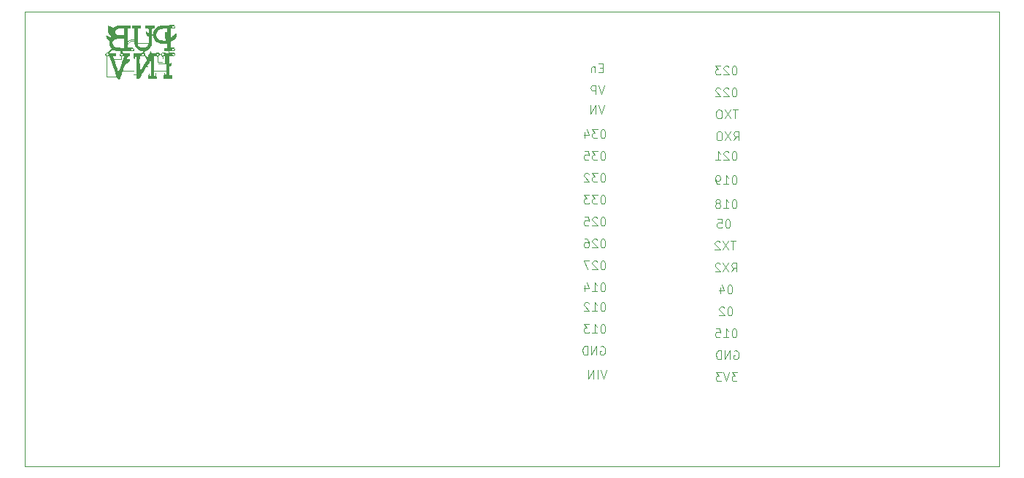
<source format=gbr>
%TF.GenerationSoftware,KiCad,Pcbnew,7.0.5*%
%TF.CreationDate,2024-07-10T14:16:31-04:00*%
%TF.ProjectId,homeWork2,686f6d65-576f-4726-9b32-2e6b69636164,V2*%
%TF.SameCoordinates,Original*%
%TF.FileFunction,Legend,Bot*%
%TF.FilePolarity,Positive*%
%FSLAX46Y46*%
G04 Gerber Fmt 4.6, Leading zero omitted, Abs format (unit mm)*
G04 Created by KiCad (PCBNEW 7.0.5) date 2024-07-10 14:16:31*
%MOMM*%
%LPD*%
G01*
G04 APERTURE LIST*
%ADD10C,0.150000*%
%ADD11C,0.100000*%
%TA.AperFunction,Profile*%
%ADD12C,0.100000*%
%TD*%
G04 APERTURE END LIST*
D10*
%TO.C,*%
D11*
X132347639Y-56276419D02*
X132252401Y-56276419D01*
X132252401Y-56276419D02*
X132157163Y-56324038D01*
X132157163Y-56324038D02*
X132109544Y-56371657D01*
X132109544Y-56371657D02*
X132061925Y-56466895D01*
X132061925Y-56466895D02*
X132014306Y-56657371D01*
X132014306Y-56657371D02*
X132014306Y-56895466D01*
X132014306Y-56895466D02*
X132061925Y-57085942D01*
X132061925Y-57085942D02*
X132109544Y-57181180D01*
X132109544Y-57181180D02*
X132157163Y-57228800D01*
X132157163Y-57228800D02*
X132252401Y-57276419D01*
X132252401Y-57276419D02*
X132347639Y-57276419D01*
X132347639Y-57276419D02*
X132442877Y-57228800D01*
X132442877Y-57228800D02*
X132490496Y-57181180D01*
X132490496Y-57181180D02*
X132538115Y-57085942D01*
X132538115Y-57085942D02*
X132585734Y-56895466D01*
X132585734Y-56895466D02*
X132585734Y-56657371D01*
X132585734Y-56657371D02*
X132538115Y-56466895D01*
X132538115Y-56466895D02*
X132490496Y-56371657D01*
X132490496Y-56371657D02*
X132442877Y-56324038D01*
X132442877Y-56324038D02*
X132347639Y-56276419D01*
X131633353Y-56371657D02*
X131585734Y-56324038D01*
X131585734Y-56324038D02*
X131490496Y-56276419D01*
X131490496Y-56276419D02*
X131252401Y-56276419D01*
X131252401Y-56276419D02*
X131157163Y-56324038D01*
X131157163Y-56324038D02*
X131109544Y-56371657D01*
X131109544Y-56371657D02*
X131061925Y-56466895D01*
X131061925Y-56466895D02*
X131061925Y-56562133D01*
X131061925Y-56562133D02*
X131109544Y-56704990D01*
X131109544Y-56704990D02*
X131680972Y-57276419D01*
X131680972Y-57276419D02*
X131061925Y-57276419D01*
X130728591Y-56276419D02*
X130109544Y-56276419D01*
X130109544Y-56276419D02*
X130442877Y-56657371D01*
X130442877Y-56657371D02*
X130300020Y-56657371D01*
X130300020Y-56657371D02*
X130204782Y-56704990D01*
X130204782Y-56704990D02*
X130157163Y-56752609D01*
X130157163Y-56752609D02*
X130109544Y-56847847D01*
X130109544Y-56847847D02*
X130109544Y-57085942D01*
X130109544Y-57085942D02*
X130157163Y-57181180D01*
X130157163Y-57181180D02*
X130204782Y-57228800D01*
X130204782Y-57228800D02*
X130300020Y-57276419D01*
X130300020Y-57276419D02*
X130585734Y-57276419D01*
X130585734Y-57276419D02*
X130680972Y-57228800D01*
X130680972Y-57228800D02*
X130728591Y-57181180D01*
D10*
D11*
X131966687Y-80136419D02*
X132300020Y-79660228D01*
X132538115Y-80136419D02*
X132538115Y-79136419D01*
X132538115Y-79136419D02*
X132157163Y-79136419D01*
X132157163Y-79136419D02*
X132061925Y-79184038D01*
X132061925Y-79184038D02*
X132014306Y-79231657D01*
X132014306Y-79231657D02*
X131966687Y-79326895D01*
X131966687Y-79326895D02*
X131966687Y-79469752D01*
X131966687Y-79469752D02*
X132014306Y-79564990D01*
X132014306Y-79564990D02*
X132061925Y-79612609D01*
X132061925Y-79612609D02*
X132157163Y-79660228D01*
X132157163Y-79660228D02*
X132538115Y-79660228D01*
X131633353Y-79136419D02*
X130966687Y-80136419D01*
X130966687Y-79136419D02*
X131633353Y-80136419D01*
X130633353Y-79231657D02*
X130585734Y-79184038D01*
X130585734Y-79184038D02*
X130490496Y-79136419D01*
X130490496Y-79136419D02*
X130252401Y-79136419D01*
X130252401Y-79136419D02*
X130157163Y-79184038D01*
X130157163Y-79184038D02*
X130109544Y-79231657D01*
X130109544Y-79231657D02*
X130061925Y-79326895D01*
X130061925Y-79326895D02*
X130061925Y-79422133D01*
X130061925Y-79422133D02*
X130109544Y-79564990D01*
X130109544Y-79564990D02*
X130680972Y-80136419D01*
X130680972Y-80136419D02*
X130061925Y-80136419D01*
X131839639Y-81676419D02*
X131744401Y-81676419D01*
X131744401Y-81676419D02*
X131649163Y-81724038D01*
X131649163Y-81724038D02*
X131601544Y-81771657D01*
X131601544Y-81771657D02*
X131553925Y-81866895D01*
X131553925Y-81866895D02*
X131506306Y-82057371D01*
X131506306Y-82057371D02*
X131506306Y-82295466D01*
X131506306Y-82295466D02*
X131553925Y-82485942D01*
X131553925Y-82485942D02*
X131601544Y-82581180D01*
X131601544Y-82581180D02*
X131649163Y-82628800D01*
X131649163Y-82628800D02*
X131744401Y-82676419D01*
X131744401Y-82676419D02*
X131839639Y-82676419D01*
X131839639Y-82676419D02*
X131934877Y-82628800D01*
X131934877Y-82628800D02*
X131982496Y-82581180D01*
X131982496Y-82581180D02*
X132030115Y-82485942D01*
X132030115Y-82485942D02*
X132077734Y-82295466D01*
X132077734Y-82295466D02*
X132077734Y-82057371D01*
X132077734Y-82057371D02*
X132030115Y-81866895D01*
X132030115Y-81866895D02*
X131982496Y-81771657D01*
X131982496Y-81771657D02*
X131934877Y-81724038D01*
X131934877Y-81724038D02*
X131839639Y-81676419D01*
X130649163Y-82009752D02*
X130649163Y-82676419D01*
X130887258Y-81628800D02*
X131125353Y-82343085D01*
X131125353Y-82343085D02*
X130506306Y-82343085D01*
X132680972Y-61356419D02*
X132109544Y-61356419D01*
X132395258Y-62356419D02*
X132395258Y-61356419D01*
X131871448Y-61356419D02*
X131204782Y-62356419D01*
X131204782Y-61356419D02*
X131871448Y-62356419D01*
X130633353Y-61356419D02*
X130442877Y-61356419D01*
X130442877Y-61356419D02*
X130347639Y-61404038D01*
X130347639Y-61404038D02*
X130252401Y-61499276D01*
X130252401Y-61499276D02*
X130204782Y-61689752D01*
X130204782Y-61689752D02*
X130204782Y-62023085D01*
X130204782Y-62023085D02*
X130252401Y-62213561D01*
X130252401Y-62213561D02*
X130347639Y-62308800D01*
X130347639Y-62308800D02*
X130442877Y-62356419D01*
X130442877Y-62356419D02*
X130633353Y-62356419D01*
X130633353Y-62356419D02*
X130728591Y-62308800D01*
X130728591Y-62308800D02*
X130823829Y-62213561D01*
X130823829Y-62213561D02*
X130871448Y-62023085D01*
X130871448Y-62023085D02*
X130871448Y-61689752D01*
X130871448Y-61689752D02*
X130823829Y-61499276D01*
X130823829Y-61499276D02*
X130728591Y-61404038D01*
X130728591Y-61404038D02*
X130633353Y-61356419D01*
X132347639Y-68976419D02*
X132252401Y-68976419D01*
X132252401Y-68976419D02*
X132157163Y-69024038D01*
X132157163Y-69024038D02*
X132109544Y-69071657D01*
X132109544Y-69071657D02*
X132061925Y-69166895D01*
X132061925Y-69166895D02*
X132014306Y-69357371D01*
X132014306Y-69357371D02*
X132014306Y-69595466D01*
X132014306Y-69595466D02*
X132061925Y-69785942D01*
X132061925Y-69785942D02*
X132109544Y-69881180D01*
X132109544Y-69881180D02*
X132157163Y-69928800D01*
X132157163Y-69928800D02*
X132252401Y-69976419D01*
X132252401Y-69976419D02*
X132347639Y-69976419D01*
X132347639Y-69976419D02*
X132442877Y-69928800D01*
X132442877Y-69928800D02*
X132490496Y-69881180D01*
X132490496Y-69881180D02*
X132538115Y-69785942D01*
X132538115Y-69785942D02*
X132585734Y-69595466D01*
X132585734Y-69595466D02*
X132585734Y-69357371D01*
X132585734Y-69357371D02*
X132538115Y-69166895D01*
X132538115Y-69166895D02*
X132490496Y-69071657D01*
X132490496Y-69071657D02*
X132442877Y-69024038D01*
X132442877Y-69024038D02*
X132347639Y-68976419D01*
X131061925Y-69976419D02*
X131633353Y-69976419D01*
X131347639Y-69976419D02*
X131347639Y-68976419D01*
X131347639Y-68976419D02*
X131442877Y-69119276D01*
X131442877Y-69119276D02*
X131538115Y-69214514D01*
X131538115Y-69214514D02*
X131633353Y-69262133D01*
X130585734Y-69976419D02*
X130395258Y-69976419D01*
X130395258Y-69976419D02*
X130300020Y-69928800D01*
X130300020Y-69928800D02*
X130252401Y-69881180D01*
X130252401Y-69881180D02*
X130157163Y-69738323D01*
X130157163Y-69738323D02*
X130109544Y-69547847D01*
X130109544Y-69547847D02*
X130109544Y-69166895D01*
X130109544Y-69166895D02*
X130157163Y-69071657D01*
X130157163Y-69071657D02*
X130204782Y-69024038D01*
X130204782Y-69024038D02*
X130300020Y-68976419D01*
X130300020Y-68976419D02*
X130490496Y-68976419D01*
X130490496Y-68976419D02*
X130585734Y-69024038D01*
X130585734Y-69024038D02*
X130633353Y-69071657D01*
X130633353Y-69071657D02*
X130680972Y-69166895D01*
X130680972Y-69166895D02*
X130680972Y-69404990D01*
X130680972Y-69404990D02*
X130633353Y-69500228D01*
X130633353Y-69500228D02*
X130585734Y-69547847D01*
X130585734Y-69547847D02*
X130490496Y-69595466D01*
X130490496Y-69595466D02*
X130300020Y-69595466D01*
X130300020Y-69595466D02*
X130204782Y-69547847D01*
X130204782Y-69547847D02*
X130157163Y-69500228D01*
X130157163Y-69500228D02*
X130109544Y-69404990D01*
X132426972Y-76596419D02*
X131855544Y-76596419D01*
X132141258Y-77596419D02*
X132141258Y-76596419D01*
X131617448Y-76596419D02*
X130950782Y-77596419D01*
X130950782Y-76596419D02*
X131617448Y-77596419D01*
X130617448Y-76691657D02*
X130569829Y-76644038D01*
X130569829Y-76644038D02*
X130474591Y-76596419D01*
X130474591Y-76596419D02*
X130236496Y-76596419D01*
X130236496Y-76596419D02*
X130141258Y-76644038D01*
X130141258Y-76644038D02*
X130093639Y-76691657D01*
X130093639Y-76691657D02*
X130046020Y-76786895D01*
X130046020Y-76786895D02*
X130046020Y-76882133D01*
X130046020Y-76882133D02*
X130093639Y-77024990D01*
X130093639Y-77024990D02*
X130665067Y-77596419D01*
X130665067Y-77596419D02*
X130046020Y-77596419D01*
X131585639Y-74056419D02*
X131490401Y-74056419D01*
X131490401Y-74056419D02*
X131395163Y-74104038D01*
X131395163Y-74104038D02*
X131347544Y-74151657D01*
X131347544Y-74151657D02*
X131299925Y-74246895D01*
X131299925Y-74246895D02*
X131252306Y-74437371D01*
X131252306Y-74437371D02*
X131252306Y-74675466D01*
X131252306Y-74675466D02*
X131299925Y-74865942D01*
X131299925Y-74865942D02*
X131347544Y-74961180D01*
X131347544Y-74961180D02*
X131395163Y-75008800D01*
X131395163Y-75008800D02*
X131490401Y-75056419D01*
X131490401Y-75056419D02*
X131585639Y-75056419D01*
X131585639Y-75056419D02*
X131680877Y-75008800D01*
X131680877Y-75008800D02*
X131728496Y-74961180D01*
X131728496Y-74961180D02*
X131776115Y-74865942D01*
X131776115Y-74865942D02*
X131823734Y-74675466D01*
X131823734Y-74675466D02*
X131823734Y-74437371D01*
X131823734Y-74437371D02*
X131776115Y-74246895D01*
X131776115Y-74246895D02*
X131728496Y-74151657D01*
X131728496Y-74151657D02*
X131680877Y-74104038D01*
X131680877Y-74104038D02*
X131585639Y-74056419D01*
X130347544Y-74056419D02*
X130823734Y-74056419D01*
X130823734Y-74056419D02*
X130871353Y-74532609D01*
X130871353Y-74532609D02*
X130823734Y-74484990D01*
X130823734Y-74484990D02*
X130728496Y-74437371D01*
X130728496Y-74437371D02*
X130490401Y-74437371D01*
X130490401Y-74437371D02*
X130395163Y-74484990D01*
X130395163Y-74484990D02*
X130347544Y-74532609D01*
X130347544Y-74532609D02*
X130299925Y-74627847D01*
X130299925Y-74627847D02*
X130299925Y-74865942D01*
X130299925Y-74865942D02*
X130347544Y-74961180D01*
X130347544Y-74961180D02*
X130395163Y-75008800D01*
X130395163Y-75008800D02*
X130490401Y-75056419D01*
X130490401Y-75056419D02*
X130728496Y-75056419D01*
X130728496Y-75056419D02*
X130823734Y-75008800D01*
X130823734Y-75008800D02*
X130871353Y-74961180D01*
X132347639Y-71770419D02*
X132252401Y-71770419D01*
X132252401Y-71770419D02*
X132157163Y-71818038D01*
X132157163Y-71818038D02*
X132109544Y-71865657D01*
X132109544Y-71865657D02*
X132061925Y-71960895D01*
X132061925Y-71960895D02*
X132014306Y-72151371D01*
X132014306Y-72151371D02*
X132014306Y-72389466D01*
X132014306Y-72389466D02*
X132061925Y-72579942D01*
X132061925Y-72579942D02*
X132109544Y-72675180D01*
X132109544Y-72675180D02*
X132157163Y-72722800D01*
X132157163Y-72722800D02*
X132252401Y-72770419D01*
X132252401Y-72770419D02*
X132347639Y-72770419D01*
X132347639Y-72770419D02*
X132442877Y-72722800D01*
X132442877Y-72722800D02*
X132490496Y-72675180D01*
X132490496Y-72675180D02*
X132538115Y-72579942D01*
X132538115Y-72579942D02*
X132585734Y-72389466D01*
X132585734Y-72389466D02*
X132585734Y-72151371D01*
X132585734Y-72151371D02*
X132538115Y-71960895D01*
X132538115Y-71960895D02*
X132490496Y-71865657D01*
X132490496Y-71865657D02*
X132442877Y-71818038D01*
X132442877Y-71818038D02*
X132347639Y-71770419D01*
X131061925Y-72770419D02*
X131633353Y-72770419D01*
X131347639Y-72770419D02*
X131347639Y-71770419D01*
X131347639Y-71770419D02*
X131442877Y-71913276D01*
X131442877Y-71913276D02*
X131538115Y-72008514D01*
X131538115Y-72008514D02*
X131633353Y-72056133D01*
X130490496Y-72198990D02*
X130585734Y-72151371D01*
X130585734Y-72151371D02*
X130633353Y-72103752D01*
X130633353Y-72103752D02*
X130680972Y-72008514D01*
X130680972Y-72008514D02*
X130680972Y-71960895D01*
X130680972Y-71960895D02*
X130633353Y-71865657D01*
X130633353Y-71865657D02*
X130585734Y-71818038D01*
X130585734Y-71818038D02*
X130490496Y-71770419D01*
X130490496Y-71770419D02*
X130300020Y-71770419D01*
X130300020Y-71770419D02*
X130204782Y-71818038D01*
X130204782Y-71818038D02*
X130157163Y-71865657D01*
X130157163Y-71865657D02*
X130109544Y-71960895D01*
X130109544Y-71960895D02*
X130109544Y-72008514D01*
X130109544Y-72008514D02*
X130157163Y-72103752D01*
X130157163Y-72103752D02*
X130204782Y-72151371D01*
X130204782Y-72151371D02*
X130300020Y-72198990D01*
X130300020Y-72198990D02*
X130490496Y-72198990D01*
X130490496Y-72198990D02*
X130585734Y-72246609D01*
X130585734Y-72246609D02*
X130633353Y-72294228D01*
X130633353Y-72294228D02*
X130680972Y-72389466D01*
X130680972Y-72389466D02*
X130680972Y-72579942D01*
X130680972Y-72579942D02*
X130633353Y-72675180D01*
X130633353Y-72675180D02*
X130585734Y-72722800D01*
X130585734Y-72722800D02*
X130490496Y-72770419D01*
X130490496Y-72770419D02*
X130300020Y-72770419D01*
X130300020Y-72770419D02*
X130204782Y-72722800D01*
X130204782Y-72722800D02*
X130157163Y-72675180D01*
X130157163Y-72675180D02*
X130109544Y-72579942D01*
X130109544Y-72579942D02*
X130109544Y-72389466D01*
X130109544Y-72389466D02*
X130157163Y-72294228D01*
X130157163Y-72294228D02*
X130204782Y-72246609D01*
X130204782Y-72246609D02*
X130300020Y-72198990D01*
X132347639Y-66182419D02*
X132252401Y-66182419D01*
X132252401Y-66182419D02*
X132157163Y-66230038D01*
X132157163Y-66230038D02*
X132109544Y-66277657D01*
X132109544Y-66277657D02*
X132061925Y-66372895D01*
X132061925Y-66372895D02*
X132014306Y-66563371D01*
X132014306Y-66563371D02*
X132014306Y-66801466D01*
X132014306Y-66801466D02*
X132061925Y-66991942D01*
X132061925Y-66991942D02*
X132109544Y-67087180D01*
X132109544Y-67087180D02*
X132157163Y-67134800D01*
X132157163Y-67134800D02*
X132252401Y-67182419D01*
X132252401Y-67182419D02*
X132347639Y-67182419D01*
X132347639Y-67182419D02*
X132442877Y-67134800D01*
X132442877Y-67134800D02*
X132490496Y-67087180D01*
X132490496Y-67087180D02*
X132538115Y-66991942D01*
X132538115Y-66991942D02*
X132585734Y-66801466D01*
X132585734Y-66801466D02*
X132585734Y-66563371D01*
X132585734Y-66563371D02*
X132538115Y-66372895D01*
X132538115Y-66372895D02*
X132490496Y-66277657D01*
X132490496Y-66277657D02*
X132442877Y-66230038D01*
X132442877Y-66230038D02*
X132347639Y-66182419D01*
X131633353Y-66277657D02*
X131585734Y-66230038D01*
X131585734Y-66230038D02*
X131490496Y-66182419D01*
X131490496Y-66182419D02*
X131252401Y-66182419D01*
X131252401Y-66182419D02*
X131157163Y-66230038D01*
X131157163Y-66230038D02*
X131109544Y-66277657D01*
X131109544Y-66277657D02*
X131061925Y-66372895D01*
X131061925Y-66372895D02*
X131061925Y-66468133D01*
X131061925Y-66468133D02*
X131109544Y-66610990D01*
X131109544Y-66610990D02*
X131680972Y-67182419D01*
X131680972Y-67182419D02*
X131061925Y-67182419D01*
X130109544Y-67182419D02*
X130680972Y-67182419D01*
X130395258Y-67182419D02*
X130395258Y-66182419D01*
X130395258Y-66182419D02*
X130490496Y-66325276D01*
X130490496Y-66325276D02*
X130585734Y-66420514D01*
X130585734Y-66420514D02*
X130680972Y-66468133D01*
X132347639Y-58816419D02*
X132252401Y-58816419D01*
X132252401Y-58816419D02*
X132157163Y-58864038D01*
X132157163Y-58864038D02*
X132109544Y-58911657D01*
X132109544Y-58911657D02*
X132061925Y-59006895D01*
X132061925Y-59006895D02*
X132014306Y-59197371D01*
X132014306Y-59197371D02*
X132014306Y-59435466D01*
X132014306Y-59435466D02*
X132061925Y-59625942D01*
X132061925Y-59625942D02*
X132109544Y-59721180D01*
X132109544Y-59721180D02*
X132157163Y-59768800D01*
X132157163Y-59768800D02*
X132252401Y-59816419D01*
X132252401Y-59816419D02*
X132347639Y-59816419D01*
X132347639Y-59816419D02*
X132442877Y-59768800D01*
X132442877Y-59768800D02*
X132490496Y-59721180D01*
X132490496Y-59721180D02*
X132538115Y-59625942D01*
X132538115Y-59625942D02*
X132585734Y-59435466D01*
X132585734Y-59435466D02*
X132585734Y-59197371D01*
X132585734Y-59197371D02*
X132538115Y-59006895D01*
X132538115Y-59006895D02*
X132490496Y-58911657D01*
X132490496Y-58911657D02*
X132442877Y-58864038D01*
X132442877Y-58864038D02*
X132347639Y-58816419D01*
X131633353Y-58911657D02*
X131585734Y-58864038D01*
X131585734Y-58864038D02*
X131490496Y-58816419D01*
X131490496Y-58816419D02*
X131252401Y-58816419D01*
X131252401Y-58816419D02*
X131157163Y-58864038D01*
X131157163Y-58864038D02*
X131109544Y-58911657D01*
X131109544Y-58911657D02*
X131061925Y-59006895D01*
X131061925Y-59006895D02*
X131061925Y-59102133D01*
X131061925Y-59102133D02*
X131109544Y-59244990D01*
X131109544Y-59244990D02*
X131680972Y-59816419D01*
X131680972Y-59816419D02*
X131061925Y-59816419D01*
X130680972Y-58911657D02*
X130633353Y-58864038D01*
X130633353Y-58864038D02*
X130538115Y-58816419D01*
X130538115Y-58816419D02*
X130300020Y-58816419D01*
X130300020Y-58816419D02*
X130204782Y-58864038D01*
X130204782Y-58864038D02*
X130157163Y-58911657D01*
X130157163Y-58911657D02*
X130109544Y-59006895D01*
X130109544Y-59006895D02*
X130109544Y-59102133D01*
X130109544Y-59102133D02*
X130157163Y-59244990D01*
X130157163Y-59244990D02*
X130728591Y-59816419D01*
X130728591Y-59816419D02*
X130109544Y-59816419D01*
X132633353Y-91836419D02*
X132014306Y-91836419D01*
X132014306Y-91836419D02*
X132347639Y-92217371D01*
X132347639Y-92217371D02*
X132204782Y-92217371D01*
X132204782Y-92217371D02*
X132109544Y-92264990D01*
X132109544Y-92264990D02*
X132061925Y-92312609D01*
X132061925Y-92312609D02*
X132014306Y-92407847D01*
X132014306Y-92407847D02*
X132014306Y-92645942D01*
X132014306Y-92645942D02*
X132061925Y-92741180D01*
X132061925Y-92741180D02*
X132109544Y-92788800D01*
X132109544Y-92788800D02*
X132204782Y-92836419D01*
X132204782Y-92836419D02*
X132490496Y-92836419D01*
X132490496Y-92836419D02*
X132585734Y-92788800D01*
X132585734Y-92788800D02*
X132633353Y-92741180D01*
X131728591Y-91836419D02*
X131395258Y-92836419D01*
X131395258Y-92836419D02*
X131061925Y-91836419D01*
X130823829Y-91836419D02*
X130204782Y-91836419D01*
X130204782Y-91836419D02*
X130538115Y-92217371D01*
X130538115Y-92217371D02*
X130395258Y-92217371D01*
X130395258Y-92217371D02*
X130300020Y-92264990D01*
X130300020Y-92264990D02*
X130252401Y-92312609D01*
X130252401Y-92312609D02*
X130204782Y-92407847D01*
X130204782Y-92407847D02*
X130204782Y-92645942D01*
X130204782Y-92645942D02*
X130252401Y-92741180D01*
X130252401Y-92741180D02*
X130300020Y-92788800D01*
X130300020Y-92788800D02*
X130395258Y-92836419D01*
X130395258Y-92836419D02*
X130680972Y-92836419D01*
X130680972Y-92836419D02*
X130776210Y-92788800D01*
X130776210Y-92788800D02*
X130823829Y-92741180D01*
X132347639Y-86756419D02*
X132252401Y-86756419D01*
X132252401Y-86756419D02*
X132157163Y-86804038D01*
X132157163Y-86804038D02*
X132109544Y-86851657D01*
X132109544Y-86851657D02*
X132061925Y-86946895D01*
X132061925Y-86946895D02*
X132014306Y-87137371D01*
X132014306Y-87137371D02*
X132014306Y-87375466D01*
X132014306Y-87375466D02*
X132061925Y-87565942D01*
X132061925Y-87565942D02*
X132109544Y-87661180D01*
X132109544Y-87661180D02*
X132157163Y-87708800D01*
X132157163Y-87708800D02*
X132252401Y-87756419D01*
X132252401Y-87756419D02*
X132347639Y-87756419D01*
X132347639Y-87756419D02*
X132442877Y-87708800D01*
X132442877Y-87708800D02*
X132490496Y-87661180D01*
X132490496Y-87661180D02*
X132538115Y-87565942D01*
X132538115Y-87565942D02*
X132585734Y-87375466D01*
X132585734Y-87375466D02*
X132585734Y-87137371D01*
X132585734Y-87137371D02*
X132538115Y-86946895D01*
X132538115Y-86946895D02*
X132490496Y-86851657D01*
X132490496Y-86851657D02*
X132442877Y-86804038D01*
X132442877Y-86804038D02*
X132347639Y-86756419D01*
X131061925Y-87756419D02*
X131633353Y-87756419D01*
X131347639Y-87756419D02*
X131347639Y-86756419D01*
X131347639Y-86756419D02*
X131442877Y-86899276D01*
X131442877Y-86899276D02*
X131538115Y-86994514D01*
X131538115Y-86994514D02*
X131633353Y-87042133D01*
X130157163Y-86756419D02*
X130633353Y-86756419D01*
X130633353Y-86756419D02*
X130680972Y-87232609D01*
X130680972Y-87232609D02*
X130633353Y-87184990D01*
X130633353Y-87184990D02*
X130538115Y-87137371D01*
X130538115Y-87137371D02*
X130300020Y-87137371D01*
X130300020Y-87137371D02*
X130204782Y-87184990D01*
X130204782Y-87184990D02*
X130157163Y-87232609D01*
X130157163Y-87232609D02*
X130109544Y-87327847D01*
X130109544Y-87327847D02*
X130109544Y-87565942D01*
X130109544Y-87565942D02*
X130157163Y-87661180D01*
X130157163Y-87661180D02*
X130204782Y-87708800D01*
X130204782Y-87708800D02*
X130300020Y-87756419D01*
X130300020Y-87756419D02*
X130538115Y-87756419D01*
X130538115Y-87756419D02*
X130633353Y-87708800D01*
X130633353Y-87708800D02*
X130680972Y-87661180D01*
X132268306Y-89344038D02*
X132363544Y-89296419D01*
X132363544Y-89296419D02*
X132506401Y-89296419D01*
X132506401Y-89296419D02*
X132649258Y-89344038D01*
X132649258Y-89344038D02*
X132744496Y-89439276D01*
X132744496Y-89439276D02*
X132792115Y-89534514D01*
X132792115Y-89534514D02*
X132839734Y-89724990D01*
X132839734Y-89724990D02*
X132839734Y-89867847D01*
X132839734Y-89867847D02*
X132792115Y-90058323D01*
X132792115Y-90058323D02*
X132744496Y-90153561D01*
X132744496Y-90153561D02*
X132649258Y-90248800D01*
X132649258Y-90248800D02*
X132506401Y-90296419D01*
X132506401Y-90296419D02*
X132411163Y-90296419D01*
X132411163Y-90296419D02*
X132268306Y-90248800D01*
X132268306Y-90248800D02*
X132220687Y-90201180D01*
X132220687Y-90201180D02*
X132220687Y-89867847D01*
X132220687Y-89867847D02*
X132411163Y-89867847D01*
X131792115Y-90296419D02*
X131792115Y-89296419D01*
X131792115Y-89296419D02*
X131220687Y-90296419D01*
X131220687Y-90296419D02*
X131220687Y-89296419D01*
X130744496Y-90296419D02*
X130744496Y-89296419D01*
X130744496Y-89296419D02*
X130506401Y-89296419D01*
X130506401Y-89296419D02*
X130363544Y-89344038D01*
X130363544Y-89344038D02*
X130268306Y-89439276D01*
X130268306Y-89439276D02*
X130220687Y-89534514D01*
X130220687Y-89534514D02*
X130173068Y-89724990D01*
X130173068Y-89724990D02*
X130173068Y-89867847D01*
X130173068Y-89867847D02*
X130220687Y-90058323D01*
X130220687Y-90058323D02*
X130268306Y-90153561D01*
X130268306Y-90153561D02*
X130363544Y-90248800D01*
X130363544Y-90248800D02*
X130506401Y-90296419D01*
X130506401Y-90296419D02*
X130744496Y-90296419D01*
X131839639Y-84216419D02*
X131744401Y-84216419D01*
X131744401Y-84216419D02*
X131649163Y-84264038D01*
X131649163Y-84264038D02*
X131601544Y-84311657D01*
X131601544Y-84311657D02*
X131553925Y-84406895D01*
X131553925Y-84406895D02*
X131506306Y-84597371D01*
X131506306Y-84597371D02*
X131506306Y-84835466D01*
X131506306Y-84835466D02*
X131553925Y-85025942D01*
X131553925Y-85025942D02*
X131601544Y-85121180D01*
X131601544Y-85121180D02*
X131649163Y-85168800D01*
X131649163Y-85168800D02*
X131744401Y-85216419D01*
X131744401Y-85216419D02*
X131839639Y-85216419D01*
X131839639Y-85216419D02*
X131934877Y-85168800D01*
X131934877Y-85168800D02*
X131982496Y-85121180D01*
X131982496Y-85121180D02*
X132030115Y-85025942D01*
X132030115Y-85025942D02*
X132077734Y-84835466D01*
X132077734Y-84835466D02*
X132077734Y-84597371D01*
X132077734Y-84597371D02*
X132030115Y-84406895D01*
X132030115Y-84406895D02*
X131982496Y-84311657D01*
X131982496Y-84311657D02*
X131934877Y-84264038D01*
X131934877Y-84264038D02*
X131839639Y-84216419D01*
X131125353Y-84311657D02*
X131077734Y-84264038D01*
X131077734Y-84264038D02*
X130982496Y-84216419D01*
X130982496Y-84216419D02*
X130744401Y-84216419D01*
X130744401Y-84216419D02*
X130649163Y-84264038D01*
X130649163Y-84264038D02*
X130601544Y-84311657D01*
X130601544Y-84311657D02*
X130553925Y-84406895D01*
X130553925Y-84406895D02*
X130553925Y-84502133D01*
X130553925Y-84502133D02*
X130601544Y-84644990D01*
X130601544Y-84644990D02*
X131172972Y-85216419D01*
X131172972Y-85216419D02*
X130553925Y-85216419D01*
X132220687Y-64896419D02*
X132554020Y-64420228D01*
X132792115Y-64896419D02*
X132792115Y-63896419D01*
X132792115Y-63896419D02*
X132411163Y-63896419D01*
X132411163Y-63896419D02*
X132315925Y-63944038D01*
X132315925Y-63944038D02*
X132268306Y-63991657D01*
X132268306Y-63991657D02*
X132220687Y-64086895D01*
X132220687Y-64086895D02*
X132220687Y-64229752D01*
X132220687Y-64229752D02*
X132268306Y-64324990D01*
X132268306Y-64324990D02*
X132315925Y-64372609D01*
X132315925Y-64372609D02*
X132411163Y-64420228D01*
X132411163Y-64420228D02*
X132792115Y-64420228D01*
X131887353Y-63896419D02*
X131220687Y-64896419D01*
X131220687Y-63896419D02*
X131887353Y-64896419D01*
X130649258Y-63896419D02*
X130458782Y-63896419D01*
X130458782Y-63896419D02*
X130363544Y-63944038D01*
X130363544Y-63944038D02*
X130268306Y-64039276D01*
X130268306Y-64039276D02*
X130220687Y-64229752D01*
X130220687Y-64229752D02*
X130220687Y-64563085D01*
X130220687Y-64563085D02*
X130268306Y-64753561D01*
X130268306Y-64753561D02*
X130363544Y-64848800D01*
X130363544Y-64848800D02*
X130458782Y-64896419D01*
X130458782Y-64896419D02*
X130649258Y-64896419D01*
X130649258Y-64896419D02*
X130744496Y-64848800D01*
X130744496Y-64848800D02*
X130839734Y-64753561D01*
X130839734Y-64753561D02*
X130887353Y-64563085D01*
X130887353Y-64563085D02*
X130887353Y-64229752D01*
X130887353Y-64229752D02*
X130839734Y-64039276D01*
X130839734Y-64039276D02*
X130744496Y-63944038D01*
X130744496Y-63944038D02*
X130649258Y-63896419D01*
D10*
D11*
X117107639Y-73802419D02*
X117012401Y-73802419D01*
X117012401Y-73802419D02*
X116917163Y-73850038D01*
X116917163Y-73850038D02*
X116869544Y-73897657D01*
X116869544Y-73897657D02*
X116821925Y-73992895D01*
X116821925Y-73992895D02*
X116774306Y-74183371D01*
X116774306Y-74183371D02*
X116774306Y-74421466D01*
X116774306Y-74421466D02*
X116821925Y-74611942D01*
X116821925Y-74611942D02*
X116869544Y-74707180D01*
X116869544Y-74707180D02*
X116917163Y-74754800D01*
X116917163Y-74754800D02*
X117012401Y-74802419D01*
X117012401Y-74802419D02*
X117107639Y-74802419D01*
X117107639Y-74802419D02*
X117202877Y-74754800D01*
X117202877Y-74754800D02*
X117250496Y-74707180D01*
X117250496Y-74707180D02*
X117298115Y-74611942D01*
X117298115Y-74611942D02*
X117345734Y-74421466D01*
X117345734Y-74421466D02*
X117345734Y-74183371D01*
X117345734Y-74183371D02*
X117298115Y-73992895D01*
X117298115Y-73992895D02*
X117250496Y-73897657D01*
X117250496Y-73897657D02*
X117202877Y-73850038D01*
X117202877Y-73850038D02*
X117107639Y-73802419D01*
X116393353Y-73897657D02*
X116345734Y-73850038D01*
X116345734Y-73850038D02*
X116250496Y-73802419D01*
X116250496Y-73802419D02*
X116012401Y-73802419D01*
X116012401Y-73802419D02*
X115917163Y-73850038D01*
X115917163Y-73850038D02*
X115869544Y-73897657D01*
X115869544Y-73897657D02*
X115821925Y-73992895D01*
X115821925Y-73992895D02*
X115821925Y-74088133D01*
X115821925Y-74088133D02*
X115869544Y-74230990D01*
X115869544Y-74230990D02*
X116440972Y-74802419D01*
X116440972Y-74802419D02*
X115821925Y-74802419D01*
X114917163Y-73802419D02*
X115393353Y-73802419D01*
X115393353Y-73802419D02*
X115440972Y-74278609D01*
X115440972Y-74278609D02*
X115393353Y-74230990D01*
X115393353Y-74230990D02*
X115298115Y-74183371D01*
X115298115Y-74183371D02*
X115060020Y-74183371D01*
X115060020Y-74183371D02*
X114964782Y-74230990D01*
X114964782Y-74230990D02*
X114917163Y-74278609D01*
X114917163Y-74278609D02*
X114869544Y-74373847D01*
X114869544Y-74373847D02*
X114869544Y-74611942D01*
X114869544Y-74611942D02*
X114917163Y-74707180D01*
X114917163Y-74707180D02*
X114964782Y-74754800D01*
X114964782Y-74754800D02*
X115060020Y-74802419D01*
X115060020Y-74802419D02*
X115298115Y-74802419D01*
X115298115Y-74802419D02*
X115393353Y-74754800D01*
X115393353Y-74754800D02*
X115440972Y-74707180D01*
X117107639Y-66182419D02*
X117012401Y-66182419D01*
X117012401Y-66182419D02*
X116917163Y-66230038D01*
X116917163Y-66230038D02*
X116869544Y-66277657D01*
X116869544Y-66277657D02*
X116821925Y-66372895D01*
X116821925Y-66372895D02*
X116774306Y-66563371D01*
X116774306Y-66563371D02*
X116774306Y-66801466D01*
X116774306Y-66801466D02*
X116821925Y-66991942D01*
X116821925Y-66991942D02*
X116869544Y-67087180D01*
X116869544Y-67087180D02*
X116917163Y-67134800D01*
X116917163Y-67134800D02*
X117012401Y-67182419D01*
X117012401Y-67182419D02*
X117107639Y-67182419D01*
X117107639Y-67182419D02*
X117202877Y-67134800D01*
X117202877Y-67134800D02*
X117250496Y-67087180D01*
X117250496Y-67087180D02*
X117298115Y-66991942D01*
X117298115Y-66991942D02*
X117345734Y-66801466D01*
X117345734Y-66801466D02*
X117345734Y-66563371D01*
X117345734Y-66563371D02*
X117298115Y-66372895D01*
X117298115Y-66372895D02*
X117250496Y-66277657D01*
X117250496Y-66277657D02*
X117202877Y-66230038D01*
X117202877Y-66230038D02*
X117107639Y-66182419D01*
X116440972Y-66182419D02*
X115821925Y-66182419D01*
X115821925Y-66182419D02*
X116155258Y-66563371D01*
X116155258Y-66563371D02*
X116012401Y-66563371D01*
X116012401Y-66563371D02*
X115917163Y-66610990D01*
X115917163Y-66610990D02*
X115869544Y-66658609D01*
X115869544Y-66658609D02*
X115821925Y-66753847D01*
X115821925Y-66753847D02*
X115821925Y-66991942D01*
X115821925Y-66991942D02*
X115869544Y-67087180D01*
X115869544Y-67087180D02*
X115917163Y-67134800D01*
X115917163Y-67134800D02*
X116012401Y-67182419D01*
X116012401Y-67182419D02*
X116298115Y-67182419D01*
X116298115Y-67182419D02*
X116393353Y-67134800D01*
X116393353Y-67134800D02*
X116440972Y-67087180D01*
X114917163Y-66182419D02*
X115393353Y-66182419D01*
X115393353Y-66182419D02*
X115440972Y-66658609D01*
X115440972Y-66658609D02*
X115393353Y-66610990D01*
X115393353Y-66610990D02*
X115298115Y-66563371D01*
X115298115Y-66563371D02*
X115060020Y-66563371D01*
X115060020Y-66563371D02*
X114964782Y-66610990D01*
X114964782Y-66610990D02*
X114917163Y-66658609D01*
X114917163Y-66658609D02*
X114869544Y-66753847D01*
X114869544Y-66753847D02*
X114869544Y-66991942D01*
X114869544Y-66991942D02*
X114917163Y-67087180D01*
X114917163Y-67087180D02*
X114964782Y-67134800D01*
X114964782Y-67134800D02*
X115060020Y-67182419D01*
X115060020Y-67182419D02*
X115298115Y-67182419D01*
X115298115Y-67182419D02*
X115393353Y-67134800D01*
X115393353Y-67134800D02*
X115440972Y-67087180D01*
X117107639Y-63642419D02*
X117012401Y-63642419D01*
X117012401Y-63642419D02*
X116917163Y-63690038D01*
X116917163Y-63690038D02*
X116869544Y-63737657D01*
X116869544Y-63737657D02*
X116821925Y-63832895D01*
X116821925Y-63832895D02*
X116774306Y-64023371D01*
X116774306Y-64023371D02*
X116774306Y-64261466D01*
X116774306Y-64261466D02*
X116821925Y-64451942D01*
X116821925Y-64451942D02*
X116869544Y-64547180D01*
X116869544Y-64547180D02*
X116917163Y-64594800D01*
X116917163Y-64594800D02*
X117012401Y-64642419D01*
X117012401Y-64642419D02*
X117107639Y-64642419D01*
X117107639Y-64642419D02*
X117202877Y-64594800D01*
X117202877Y-64594800D02*
X117250496Y-64547180D01*
X117250496Y-64547180D02*
X117298115Y-64451942D01*
X117298115Y-64451942D02*
X117345734Y-64261466D01*
X117345734Y-64261466D02*
X117345734Y-64023371D01*
X117345734Y-64023371D02*
X117298115Y-63832895D01*
X117298115Y-63832895D02*
X117250496Y-63737657D01*
X117250496Y-63737657D02*
X117202877Y-63690038D01*
X117202877Y-63690038D02*
X117107639Y-63642419D01*
X116440972Y-63642419D02*
X115821925Y-63642419D01*
X115821925Y-63642419D02*
X116155258Y-64023371D01*
X116155258Y-64023371D02*
X116012401Y-64023371D01*
X116012401Y-64023371D02*
X115917163Y-64070990D01*
X115917163Y-64070990D02*
X115869544Y-64118609D01*
X115869544Y-64118609D02*
X115821925Y-64213847D01*
X115821925Y-64213847D02*
X115821925Y-64451942D01*
X115821925Y-64451942D02*
X115869544Y-64547180D01*
X115869544Y-64547180D02*
X115917163Y-64594800D01*
X115917163Y-64594800D02*
X116012401Y-64642419D01*
X116012401Y-64642419D02*
X116298115Y-64642419D01*
X116298115Y-64642419D02*
X116393353Y-64594800D01*
X116393353Y-64594800D02*
X116440972Y-64547180D01*
X114964782Y-63975752D02*
X114964782Y-64642419D01*
X115202877Y-63594800D02*
X115440972Y-64309085D01*
X115440972Y-64309085D02*
X114821925Y-64309085D01*
X117107639Y-68722419D02*
X117012401Y-68722419D01*
X117012401Y-68722419D02*
X116917163Y-68770038D01*
X116917163Y-68770038D02*
X116869544Y-68817657D01*
X116869544Y-68817657D02*
X116821925Y-68912895D01*
X116821925Y-68912895D02*
X116774306Y-69103371D01*
X116774306Y-69103371D02*
X116774306Y-69341466D01*
X116774306Y-69341466D02*
X116821925Y-69531942D01*
X116821925Y-69531942D02*
X116869544Y-69627180D01*
X116869544Y-69627180D02*
X116917163Y-69674800D01*
X116917163Y-69674800D02*
X117012401Y-69722419D01*
X117012401Y-69722419D02*
X117107639Y-69722419D01*
X117107639Y-69722419D02*
X117202877Y-69674800D01*
X117202877Y-69674800D02*
X117250496Y-69627180D01*
X117250496Y-69627180D02*
X117298115Y-69531942D01*
X117298115Y-69531942D02*
X117345734Y-69341466D01*
X117345734Y-69341466D02*
X117345734Y-69103371D01*
X117345734Y-69103371D02*
X117298115Y-68912895D01*
X117298115Y-68912895D02*
X117250496Y-68817657D01*
X117250496Y-68817657D02*
X117202877Y-68770038D01*
X117202877Y-68770038D02*
X117107639Y-68722419D01*
X116440972Y-68722419D02*
X115821925Y-68722419D01*
X115821925Y-68722419D02*
X116155258Y-69103371D01*
X116155258Y-69103371D02*
X116012401Y-69103371D01*
X116012401Y-69103371D02*
X115917163Y-69150990D01*
X115917163Y-69150990D02*
X115869544Y-69198609D01*
X115869544Y-69198609D02*
X115821925Y-69293847D01*
X115821925Y-69293847D02*
X115821925Y-69531942D01*
X115821925Y-69531942D02*
X115869544Y-69627180D01*
X115869544Y-69627180D02*
X115917163Y-69674800D01*
X115917163Y-69674800D02*
X116012401Y-69722419D01*
X116012401Y-69722419D02*
X116298115Y-69722419D01*
X116298115Y-69722419D02*
X116393353Y-69674800D01*
X116393353Y-69674800D02*
X116440972Y-69627180D01*
X115440972Y-68817657D02*
X115393353Y-68770038D01*
X115393353Y-68770038D02*
X115298115Y-68722419D01*
X115298115Y-68722419D02*
X115060020Y-68722419D01*
X115060020Y-68722419D02*
X114964782Y-68770038D01*
X114964782Y-68770038D02*
X114917163Y-68817657D01*
X114917163Y-68817657D02*
X114869544Y-68912895D01*
X114869544Y-68912895D02*
X114869544Y-69008133D01*
X114869544Y-69008133D02*
X114917163Y-69150990D01*
X114917163Y-69150990D02*
X115488591Y-69722419D01*
X115488591Y-69722419D02*
X114869544Y-69722419D01*
X117107639Y-76342419D02*
X117012401Y-76342419D01*
X117012401Y-76342419D02*
X116917163Y-76390038D01*
X116917163Y-76390038D02*
X116869544Y-76437657D01*
X116869544Y-76437657D02*
X116821925Y-76532895D01*
X116821925Y-76532895D02*
X116774306Y-76723371D01*
X116774306Y-76723371D02*
X116774306Y-76961466D01*
X116774306Y-76961466D02*
X116821925Y-77151942D01*
X116821925Y-77151942D02*
X116869544Y-77247180D01*
X116869544Y-77247180D02*
X116917163Y-77294800D01*
X116917163Y-77294800D02*
X117012401Y-77342419D01*
X117012401Y-77342419D02*
X117107639Y-77342419D01*
X117107639Y-77342419D02*
X117202877Y-77294800D01*
X117202877Y-77294800D02*
X117250496Y-77247180D01*
X117250496Y-77247180D02*
X117298115Y-77151942D01*
X117298115Y-77151942D02*
X117345734Y-76961466D01*
X117345734Y-76961466D02*
X117345734Y-76723371D01*
X117345734Y-76723371D02*
X117298115Y-76532895D01*
X117298115Y-76532895D02*
X117250496Y-76437657D01*
X117250496Y-76437657D02*
X117202877Y-76390038D01*
X117202877Y-76390038D02*
X117107639Y-76342419D01*
X116393353Y-76437657D02*
X116345734Y-76390038D01*
X116345734Y-76390038D02*
X116250496Y-76342419D01*
X116250496Y-76342419D02*
X116012401Y-76342419D01*
X116012401Y-76342419D02*
X115917163Y-76390038D01*
X115917163Y-76390038D02*
X115869544Y-76437657D01*
X115869544Y-76437657D02*
X115821925Y-76532895D01*
X115821925Y-76532895D02*
X115821925Y-76628133D01*
X115821925Y-76628133D02*
X115869544Y-76770990D01*
X115869544Y-76770990D02*
X116440972Y-77342419D01*
X116440972Y-77342419D02*
X115821925Y-77342419D01*
X114964782Y-76342419D02*
X115155258Y-76342419D01*
X115155258Y-76342419D02*
X115250496Y-76390038D01*
X115250496Y-76390038D02*
X115298115Y-76437657D01*
X115298115Y-76437657D02*
X115393353Y-76580514D01*
X115393353Y-76580514D02*
X115440972Y-76770990D01*
X115440972Y-76770990D02*
X115440972Y-77151942D01*
X115440972Y-77151942D02*
X115393353Y-77247180D01*
X115393353Y-77247180D02*
X115345734Y-77294800D01*
X115345734Y-77294800D02*
X115250496Y-77342419D01*
X115250496Y-77342419D02*
X115060020Y-77342419D01*
X115060020Y-77342419D02*
X114964782Y-77294800D01*
X114964782Y-77294800D02*
X114917163Y-77247180D01*
X114917163Y-77247180D02*
X114869544Y-77151942D01*
X114869544Y-77151942D02*
X114869544Y-76913847D01*
X114869544Y-76913847D02*
X114917163Y-76818609D01*
X114917163Y-76818609D02*
X114964782Y-76770990D01*
X114964782Y-76770990D02*
X115060020Y-76723371D01*
X115060020Y-76723371D02*
X115250496Y-76723371D01*
X115250496Y-76723371D02*
X115345734Y-76770990D01*
X115345734Y-76770990D02*
X115393353Y-76818609D01*
X115393353Y-76818609D02*
X115440972Y-76913847D01*
X117044115Y-56498609D02*
X116710782Y-56498609D01*
X116567925Y-57022419D02*
X117044115Y-57022419D01*
X117044115Y-57022419D02*
X117044115Y-56022419D01*
X117044115Y-56022419D02*
X116567925Y-56022419D01*
X116139353Y-56355752D02*
X116139353Y-57022419D01*
X116139353Y-56450990D02*
X116091734Y-56403371D01*
X116091734Y-56403371D02*
X115996496Y-56355752D01*
X115996496Y-56355752D02*
X115853639Y-56355752D01*
X115853639Y-56355752D02*
X115758401Y-56403371D01*
X115758401Y-56403371D02*
X115710782Y-56498609D01*
X115710782Y-56498609D02*
X115710782Y-57022419D01*
X117107639Y-81422419D02*
X117012401Y-81422419D01*
X117012401Y-81422419D02*
X116917163Y-81470038D01*
X116917163Y-81470038D02*
X116869544Y-81517657D01*
X116869544Y-81517657D02*
X116821925Y-81612895D01*
X116821925Y-81612895D02*
X116774306Y-81803371D01*
X116774306Y-81803371D02*
X116774306Y-82041466D01*
X116774306Y-82041466D02*
X116821925Y-82231942D01*
X116821925Y-82231942D02*
X116869544Y-82327180D01*
X116869544Y-82327180D02*
X116917163Y-82374800D01*
X116917163Y-82374800D02*
X117012401Y-82422419D01*
X117012401Y-82422419D02*
X117107639Y-82422419D01*
X117107639Y-82422419D02*
X117202877Y-82374800D01*
X117202877Y-82374800D02*
X117250496Y-82327180D01*
X117250496Y-82327180D02*
X117298115Y-82231942D01*
X117298115Y-82231942D02*
X117345734Y-82041466D01*
X117345734Y-82041466D02*
X117345734Y-81803371D01*
X117345734Y-81803371D02*
X117298115Y-81612895D01*
X117298115Y-81612895D02*
X117250496Y-81517657D01*
X117250496Y-81517657D02*
X117202877Y-81470038D01*
X117202877Y-81470038D02*
X117107639Y-81422419D01*
X115821925Y-82422419D02*
X116393353Y-82422419D01*
X116107639Y-82422419D02*
X116107639Y-81422419D01*
X116107639Y-81422419D02*
X116202877Y-81565276D01*
X116202877Y-81565276D02*
X116298115Y-81660514D01*
X116298115Y-81660514D02*
X116393353Y-81708133D01*
X114964782Y-81755752D02*
X114964782Y-82422419D01*
X115202877Y-81374800D02*
X115440972Y-82089085D01*
X115440972Y-82089085D02*
X114821925Y-82089085D01*
X117107639Y-86248419D02*
X117012401Y-86248419D01*
X117012401Y-86248419D02*
X116917163Y-86296038D01*
X116917163Y-86296038D02*
X116869544Y-86343657D01*
X116869544Y-86343657D02*
X116821925Y-86438895D01*
X116821925Y-86438895D02*
X116774306Y-86629371D01*
X116774306Y-86629371D02*
X116774306Y-86867466D01*
X116774306Y-86867466D02*
X116821925Y-87057942D01*
X116821925Y-87057942D02*
X116869544Y-87153180D01*
X116869544Y-87153180D02*
X116917163Y-87200800D01*
X116917163Y-87200800D02*
X117012401Y-87248419D01*
X117012401Y-87248419D02*
X117107639Y-87248419D01*
X117107639Y-87248419D02*
X117202877Y-87200800D01*
X117202877Y-87200800D02*
X117250496Y-87153180D01*
X117250496Y-87153180D02*
X117298115Y-87057942D01*
X117298115Y-87057942D02*
X117345734Y-86867466D01*
X117345734Y-86867466D02*
X117345734Y-86629371D01*
X117345734Y-86629371D02*
X117298115Y-86438895D01*
X117298115Y-86438895D02*
X117250496Y-86343657D01*
X117250496Y-86343657D02*
X117202877Y-86296038D01*
X117202877Y-86296038D02*
X117107639Y-86248419D01*
X115821925Y-87248419D02*
X116393353Y-87248419D01*
X116107639Y-87248419D02*
X116107639Y-86248419D01*
X116107639Y-86248419D02*
X116202877Y-86391276D01*
X116202877Y-86391276D02*
X116298115Y-86486514D01*
X116298115Y-86486514D02*
X116393353Y-86534133D01*
X115488591Y-86248419D02*
X114869544Y-86248419D01*
X114869544Y-86248419D02*
X115202877Y-86629371D01*
X115202877Y-86629371D02*
X115060020Y-86629371D01*
X115060020Y-86629371D02*
X114964782Y-86676990D01*
X114964782Y-86676990D02*
X114917163Y-86724609D01*
X114917163Y-86724609D02*
X114869544Y-86819847D01*
X114869544Y-86819847D02*
X114869544Y-87057942D01*
X114869544Y-87057942D02*
X114917163Y-87153180D01*
X114917163Y-87153180D02*
X114964782Y-87200800D01*
X114964782Y-87200800D02*
X115060020Y-87248419D01*
X115060020Y-87248419D02*
X115345734Y-87248419D01*
X115345734Y-87248419D02*
X115440972Y-87200800D01*
X115440972Y-87200800D02*
X115488591Y-87153180D01*
X117107639Y-83708419D02*
X117012401Y-83708419D01*
X117012401Y-83708419D02*
X116917163Y-83756038D01*
X116917163Y-83756038D02*
X116869544Y-83803657D01*
X116869544Y-83803657D02*
X116821925Y-83898895D01*
X116821925Y-83898895D02*
X116774306Y-84089371D01*
X116774306Y-84089371D02*
X116774306Y-84327466D01*
X116774306Y-84327466D02*
X116821925Y-84517942D01*
X116821925Y-84517942D02*
X116869544Y-84613180D01*
X116869544Y-84613180D02*
X116917163Y-84660800D01*
X116917163Y-84660800D02*
X117012401Y-84708419D01*
X117012401Y-84708419D02*
X117107639Y-84708419D01*
X117107639Y-84708419D02*
X117202877Y-84660800D01*
X117202877Y-84660800D02*
X117250496Y-84613180D01*
X117250496Y-84613180D02*
X117298115Y-84517942D01*
X117298115Y-84517942D02*
X117345734Y-84327466D01*
X117345734Y-84327466D02*
X117345734Y-84089371D01*
X117345734Y-84089371D02*
X117298115Y-83898895D01*
X117298115Y-83898895D02*
X117250496Y-83803657D01*
X117250496Y-83803657D02*
X117202877Y-83756038D01*
X117202877Y-83756038D02*
X117107639Y-83708419D01*
X115821925Y-84708419D02*
X116393353Y-84708419D01*
X116107639Y-84708419D02*
X116107639Y-83708419D01*
X116107639Y-83708419D02*
X116202877Y-83851276D01*
X116202877Y-83851276D02*
X116298115Y-83946514D01*
X116298115Y-83946514D02*
X116393353Y-83994133D01*
X115440972Y-83803657D02*
X115393353Y-83756038D01*
X115393353Y-83756038D02*
X115298115Y-83708419D01*
X115298115Y-83708419D02*
X115060020Y-83708419D01*
X115060020Y-83708419D02*
X114964782Y-83756038D01*
X114964782Y-83756038D02*
X114917163Y-83803657D01*
X114917163Y-83803657D02*
X114869544Y-83898895D01*
X114869544Y-83898895D02*
X114869544Y-83994133D01*
X114869544Y-83994133D02*
X114917163Y-84136990D01*
X114917163Y-84136990D02*
X115488591Y-84708419D01*
X115488591Y-84708419D02*
X114869544Y-84708419D01*
X117107639Y-78882419D02*
X117012401Y-78882419D01*
X117012401Y-78882419D02*
X116917163Y-78930038D01*
X116917163Y-78930038D02*
X116869544Y-78977657D01*
X116869544Y-78977657D02*
X116821925Y-79072895D01*
X116821925Y-79072895D02*
X116774306Y-79263371D01*
X116774306Y-79263371D02*
X116774306Y-79501466D01*
X116774306Y-79501466D02*
X116821925Y-79691942D01*
X116821925Y-79691942D02*
X116869544Y-79787180D01*
X116869544Y-79787180D02*
X116917163Y-79834800D01*
X116917163Y-79834800D02*
X117012401Y-79882419D01*
X117012401Y-79882419D02*
X117107639Y-79882419D01*
X117107639Y-79882419D02*
X117202877Y-79834800D01*
X117202877Y-79834800D02*
X117250496Y-79787180D01*
X117250496Y-79787180D02*
X117298115Y-79691942D01*
X117298115Y-79691942D02*
X117345734Y-79501466D01*
X117345734Y-79501466D02*
X117345734Y-79263371D01*
X117345734Y-79263371D02*
X117298115Y-79072895D01*
X117298115Y-79072895D02*
X117250496Y-78977657D01*
X117250496Y-78977657D02*
X117202877Y-78930038D01*
X117202877Y-78930038D02*
X117107639Y-78882419D01*
X116393353Y-78977657D02*
X116345734Y-78930038D01*
X116345734Y-78930038D02*
X116250496Y-78882419D01*
X116250496Y-78882419D02*
X116012401Y-78882419D01*
X116012401Y-78882419D02*
X115917163Y-78930038D01*
X115917163Y-78930038D02*
X115869544Y-78977657D01*
X115869544Y-78977657D02*
X115821925Y-79072895D01*
X115821925Y-79072895D02*
X115821925Y-79168133D01*
X115821925Y-79168133D02*
X115869544Y-79310990D01*
X115869544Y-79310990D02*
X116440972Y-79882419D01*
X116440972Y-79882419D02*
X115821925Y-79882419D01*
X115488591Y-78882419D02*
X114821925Y-78882419D01*
X114821925Y-78882419D02*
X115250496Y-79882419D01*
X117186972Y-60848419D02*
X116853639Y-61848419D01*
X116853639Y-61848419D02*
X116520306Y-60848419D01*
X116186972Y-61848419D02*
X116186972Y-60848419D01*
X116186972Y-60848419D02*
X115615544Y-61848419D01*
X115615544Y-61848419D02*
X115615544Y-60848419D01*
X117107639Y-71262419D02*
X117012401Y-71262419D01*
X117012401Y-71262419D02*
X116917163Y-71310038D01*
X116917163Y-71310038D02*
X116869544Y-71357657D01*
X116869544Y-71357657D02*
X116821925Y-71452895D01*
X116821925Y-71452895D02*
X116774306Y-71643371D01*
X116774306Y-71643371D02*
X116774306Y-71881466D01*
X116774306Y-71881466D02*
X116821925Y-72071942D01*
X116821925Y-72071942D02*
X116869544Y-72167180D01*
X116869544Y-72167180D02*
X116917163Y-72214800D01*
X116917163Y-72214800D02*
X117012401Y-72262419D01*
X117012401Y-72262419D02*
X117107639Y-72262419D01*
X117107639Y-72262419D02*
X117202877Y-72214800D01*
X117202877Y-72214800D02*
X117250496Y-72167180D01*
X117250496Y-72167180D02*
X117298115Y-72071942D01*
X117298115Y-72071942D02*
X117345734Y-71881466D01*
X117345734Y-71881466D02*
X117345734Y-71643371D01*
X117345734Y-71643371D02*
X117298115Y-71452895D01*
X117298115Y-71452895D02*
X117250496Y-71357657D01*
X117250496Y-71357657D02*
X117202877Y-71310038D01*
X117202877Y-71310038D02*
X117107639Y-71262419D01*
X116440972Y-71262419D02*
X115821925Y-71262419D01*
X115821925Y-71262419D02*
X116155258Y-71643371D01*
X116155258Y-71643371D02*
X116012401Y-71643371D01*
X116012401Y-71643371D02*
X115917163Y-71690990D01*
X115917163Y-71690990D02*
X115869544Y-71738609D01*
X115869544Y-71738609D02*
X115821925Y-71833847D01*
X115821925Y-71833847D02*
X115821925Y-72071942D01*
X115821925Y-72071942D02*
X115869544Y-72167180D01*
X115869544Y-72167180D02*
X115917163Y-72214800D01*
X115917163Y-72214800D02*
X116012401Y-72262419D01*
X116012401Y-72262419D02*
X116298115Y-72262419D01*
X116298115Y-72262419D02*
X116393353Y-72214800D01*
X116393353Y-72214800D02*
X116440972Y-72167180D01*
X115488591Y-71262419D02*
X114869544Y-71262419D01*
X114869544Y-71262419D02*
X115202877Y-71643371D01*
X115202877Y-71643371D02*
X115060020Y-71643371D01*
X115060020Y-71643371D02*
X114964782Y-71690990D01*
X114964782Y-71690990D02*
X114917163Y-71738609D01*
X114917163Y-71738609D02*
X114869544Y-71833847D01*
X114869544Y-71833847D02*
X114869544Y-72071942D01*
X114869544Y-72071942D02*
X114917163Y-72167180D01*
X114917163Y-72167180D02*
X114964782Y-72214800D01*
X114964782Y-72214800D02*
X115060020Y-72262419D01*
X115060020Y-72262419D02*
X115345734Y-72262419D01*
X115345734Y-72262419D02*
X115440972Y-72214800D01*
X115440972Y-72214800D02*
X115488591Y-72167180D01*
X116774306Y-88836038D02*
X116869544Y-88788419D01*
X116869544Y-88788419D02*
X117012401Y-88788419D01*
X117012401Y-88788419D02*
X117155258Y-88836038D01*
X117155258Y-88836038D02*
X117250496Y-88931276D01*
X117250496Y-88931276D02*
X117298115Y-89026514D01*
X117298115Y-89026514D02*
X117345734Y-89216990D01*
X117345734Y-89216990D02*
X117345734Y-89359847D01*
X117345734Y-89359847D02*
X117298115Y-89550323D01*
X117298115Y-89550323D02*
X117250496Y-89645561D01*
X117250496Y-89645561D02*
X117155258Y-89740800D01*
X117155258Y-89740800D02*
X117012401Y-89788419D01*
X117012401Y-89788419D02*
X116917163Y-89788419D01*
X116917163Y-89788419D02*
X116774306Y-89740800D01*
X116774306Y-89740800D02*
X116726687Y-89693180D01*
X116726687Y-89693180D02*
X116726687Y-89359847D01*
X116726687Y-89359847D02*
X116917163Y-89359847D01*
X116298115Y-89788419D02*
X116298115Y-88788419D01*
X116298115Y-88788419D02*
X115726687Y-89788419D01*
X115726687Y-89788419D02*
X115726687Y-88788419D01*
X115250496Y-89788419D02*
X115250496Y-88788419D01*
X115250496Y-88788419D02*
X115012401Y-88788419D01*
X115012401Y-88788419D02*
X114869544Y-88836038D01*
X114869544Y-88836038D02*
X114774306Y-88931276D01*
X114774306Y-88931276D02*
X114726687Y-89026514D01*
X114726687Y-89026514D02*
X114679068Y-89216990D01*
X114679068Y-89216990D02*
X114679068Y-89359847D01*
X114679068Y-89359847D02*
X114726687Y-89550323D01*
X114726687Y-89550323D02*
X114774306Y-89645561D01*
X114774306Y-89645561D02*
X114869544Y-89740800D01*
X114869544Y-89740800D02*
X115012401Y-89788419D01*
X115012401Y-89788419D02*
X115250496Y-89788419D01*
X117440972Y-91582419D02*
X117107639Y-92582419D01*
X117107639Y-92582419D02*
X116774306Y-91582419D01*
X116440972Y-92582419D02*
X116440972Y-91582419D01*
X115964782Y-92582419D02*
X115964782Y-91582419D01*
X115964782Y-91582419D02*
X115393354Y-92582419D01*
X115393354Y-92582419D02*
X115393354Y-91582419D01*
X117186972Y-58562419D02*
X116853639Y-59562419D01*
X116853639Y-59562419D02*
X116520306Y-58562419D01*
X116186972Y-59562419D02*
X116186972Y-58562419D01*
X116186972Y-58562419D02*
X115806020Y-58562419D01*
X115806020Y-58562419D02*
X115710782Y-58610038D01*
X115710782Y-58610038D02*
X115663163Y-58657657D01*
X115663163Y-58657657D02*
X115615544Y-58752895D01*
X115615544Y-58752895D02*
X115615544Y-58895752D01*
X115615544Y-58895752D02*
X115663163Y-58990990D01*
X115663163Y-58990990D02*
X115710782Y-59038609D01*
X115710782Y-59038609D02*
X115806020Y-59086228D01*
X115806020Y-59086228D02*
X116186972Y-59086228D01*
%TO.C,G\u002A\u002A\u002A*%
G36*
X67457336Y-51748191D02*
G01*
X67423446Y-51847066D01*
X67351638Y-51923307D01*
X67251966Y-51961583D01*
X67134480Y-51946562D01*
X67068194Y-51931707D01*
X66973207Y-51935579D01*
X66959059Y-51939279D01*
X66894771Y-51956091D01*
X66918725Y-52652772D01*
X66920181Y-52694175D01*
X66928577Y-52903373D01*
X66928714Y-52906145D01*
X66937595Y-53086151D01*
X66946585Y-53231749D01*
X66954899Y-53329404D01*
X66961887Y-53368354D01*
X66992349Y-53356994D01*
X67055030Y-53303077D01*
X67138325Y-53218468D01*
X67231084Y-53115551D01*
X67322163Y-53006712D01*
X67400412Y-52904337D01*
X67454685Y-52820812D01*
X67480769Y-52770293D01*
X67508282Y-52701797D01*
X67506746Y-52674944D01*
X67492341Y-52683949D01*
X67450043Y-52738348D01*
X67398457Y-52825644D01*
X67391781Y-52837911D01*
X67330638Y-52934854D01*
X67252464Y-53041503D01*
X67168609Y-53144512D01*
X67090424Y-53230537D01*
X67029262Y-53286231D01*
X66996472Y-53298249D01*
X66986091Y-53271291D01*
X66988097Y-53189633D01*
X67007909Y-53078929D01*
X67040252Y-52960719D01*
X67079851Y-52856545D01*
X67121432Y-52787947D01*
X67154200Y-52755885D01*
X67233676Y-52686954D01*
X67329135Y-52610323D01*
X67423383Y-52539216D01*
X67499225Y-52486855D01*
X67539469Y-52466463D01*
X67546906Y-52474218D01*
X67570813Y-52529832D01*
X67599742Y-52621413D01*
X67620484Y-52725211D01*
X67610092Y-52894456D01*
X67536873Y-53045080D01*
X67398769Y-53180547D01*
X67193719Y-53304320D01*
X67175093Y-53313660D01*
X67060554Y-53374206D01*
X66973594Y-53425312D01*
X66931790Y-53456750D01*
X66924928Y-53478650D01*
X66915201Y-53560493D01*
X66908414Y-53684678D01*
X66905730Y-53834330D01*
X66905198Y-54177163D01*
X67000752Y-54153633D01*
X67074750Y-54135778D01*
X67186928Y-54113078D01*
X67258813Y-54110079D01*
X67308347Y-54127391D01*
X67353469Y-54165623D01*
X67370870Y-54185096D01*
X67419374Y-54291553D01*
X67417563Y-54331906D01*
X67414274Y-54405197D01*
X67355422Y-54500503D01*
X67325238Y-54523474D01*
X67263151Y-54547652D01*
X67169412Y-54557593D01*
X67025326Y-54556467D01*
X66766210Y-54548195D01*
X66766210Y-54766467D01*
X66931258Y-54749059D01*
X66975150Y-54743971D01*
X67097498Y-54725909D01*
X67191796Y-54706920D01*
X67243870Y-54699056D01*
X67353825Y-54723383D01*
X67431629Y-54798295D01*
X67461149Y-54911536D01*
X67459715Y-54922603D01*
X67448474Y-55009371D01*
X67392800Y-55092507D01*
X67288442Y-55131358D01*
X67130668Y-55129037D01*
X67054148Y-55122253D01*
X66935200Y-55119741D01*
X66852105Y-55127951D01*
X66819096Y-55137798D01*
X66793466Y-55156696D01*
X66777834Y-55195713D01*
X66769729Y-55267193D01*
X66766678Y-55383479D01*
X66766210Y-55556914D01*
X66767817Y-55711702D01*
X66772474Y-55848374D01*
X66779444Y-55944696D01*
X66787989Y-55986098D01*
X66788584Y-55986645D01*
X66832599Y-55986646D01*
X66905828Y-55958203D01*
X66966420Y-55930133D01*
X67001854Y-55933535D01*
X67020759Y-55980691D01*
X67023510Y-56028587D01*
X67025547Y-56064061D01*
X66984051Y-56176492D01*
X66898175Y-56256966D01*
X66841587Y-56292460D01*
X66792803Y-56337259D01*
X66789477Y-56346435D01*
X66780681Y-56414426D01*
X66773516Y-56533538D01*
X66768648Y-56690149D01*
X66767017Y-56844575D01*
X66766742Y-56870635D01*
X66766453Y-57139924D01*
X66766210Y-57365779D01*
X67113680Y-57365779D01*
X67113680Y-57747995D01*
X66071272Y-57747995D01*
X66071272Y-57556887D01*
X66075778Y-57443140D01*
X66091961Y-57382936D01*
X66123392Y-57365779D01*
X66128139Y-57365559D01*
X66164210Y-57334112D01*
X66175513Y-57244164D01*
X66175513Y-57122550D01*
X65244645Y-57122550D01*
X65231391Y-57261538D01*
X65229203Y-57288738D01*
X65233607Y-57373626D01*
X65262488Y-57400526D01*
X65279641Y-57408590D01*
X65300234Y-57468947D01*
X65306840Y-57592563D01*
X65306840Y-57784600D01*
X64794323Y-57774984D01*
X64281805Y-57765368D01*
X64271303Y-57582947D01*
X64270538Y-57569065D01*
X64269564Y-57465523D01*
X64283117Y-57414298D01*
X64314737Y-57400526D01*
X64326082Y-57398698D01*
X64344394Y-57379618D01*
X64356692Y-57331533D01*
X64364093Y-57244325D01*
X64367714Y-57107877D01*
X64368673Y-56912071D01*
X64368673Y-56423616D01*
X64224336Y-56434301D01*
X64080000Y-56444985D01*
X63690216Y-57067637D01*
X63655838Y-57122344D01*
X63545507Y-57294955D01*
X63538129Y-57306498D01*
X63430962Y-57469516D01*
X63340786Y-57601875D01*
X63274054Y-57694049D01*
X63237214Y-57736515D01*
X63159509Y-57768976D01*
X63059022Y-57782742D01*
X62944049Y-57782742D01*
X62944049Y-57365779D01*
X61188267Y-57365779D01*
X61157131Y-57454298D01*
X61124101Y-57548200D01*
X61096718Y-57621538D01*
X61054953Y-57718939D01*
X61023351Y-57775829D01*
X60966708Y-57804518D01*
X60879567Y-57810576D01*
X60843976Y-57805202D01*
X60772924Y-57768097D01*
X60720494Y-57682141D01*
X60668621Y-57564168D01*
X59469357Y-57610976D01*
X59469357Y-57539513D01*
X59538851Y-57539513D01*
X59808139Y-57532521D01*
X60049876Y-57525702D01*
X60255119Y-57518203D01*
X60405684Y-57509943D01*
X60509313Y-57500172D01*
X60573748Y-57488141D01*
X60606731Y-57473099D01*
X60616005Y-57454298D01*
X60615899Y-57453136D01*
X60603034Y-57407389D01*
X60570929Y-57306621D01*
X60570387Y-57304972D01*
X61206731Y-57304972D01*
X61233106Y-57320702D01*
X61302257Y-57323045D01*
X61319643Y-57321997D01*
X61406490Y-57318975D01*
X61546595Y-57315525D01*
X61728405Y-57311887D01*
X61940368Y-57308300D01*
X62170930Y-57305006D01*
X62944049Y-57294955D01*
X62944049Y-56239892D01*
X62944035Y-56072573D01*
X62943729Y-55808507D01*
X62942618Y-55602557D01*
X62940182Y-55447306D01*
X62935898Y-55335335D01*
X62929245Y-55259228D01*
X62919703Y-55211567D01*
X62906749Y-55184933D01*
X62889864Y-55171909D01*
X62868525Y-55165078D01*
X62817649Y-55156816D01*
X62764284Y-55163076D01*
X62758025Y-55187804D01*
X62750770Y-55273976D01*
X62744586Y-55412528D01*
X62739783Y-55593887D01*
X62736673Y-55808479D01*
X62735567Y-56046727D01*
X62735567Y-56912630D01*
X61338669Y-56931442D01*
X61272714Y-57105177D01*
X61247614Y-57173261D01*
X61218205Y-57260156D01*
X61206731Y-57304972D01*
X60570387Y-57304972D01*
X60522762Y-57160130D01*
X60461715Y-56977218D01*
X60390966Y-56767185D01*
X60313695Y-56539333D01*
X60233082Y-56302963D01*
X60152306Y-56067374D01*
X60074548Y-55841869D01*
X60002986Y-55635747D01*
X59976808Y-55561052D01*
X60375955Y-55561052D01*
X60618793Y-56261924D01*
X60644945Y-56337237D01*
X60715254Y-56538015D01*
X60777131Y-56712286D01*
X60827042Y-56850243D01*
X60861454Y-56942082D01*
X60876834Y-56977998D01*
X60883147Y-56980618D01*
X60893010Y-56971658D01*
X60907980Y-56943468D01*
X60930550Y-56889405D01*
X60963216Y-56802829D01*
X61008472Y-56677096D01*
X61068814Y-56505563D01*
X61146737Y-56281589D01*
X61244735Y-55998531D01*
X61264659Y-55940284D01*
X61696450Y-55940284D01*
X61717223Y-55929604D01*
X61770568Y-55873436D01*
X61851552Y-55776107D01*
X61861321Y-55763892D01*
X61951699Y-55650329D01*
X62005860Y-55579849D01*
X62030582Y-55542288D01*
X62032644Y-55527482D01*
X62018823Y-55525266D01*
X62015711Y-55526089D01*
X61976642Y-55559714D01*
X61913409Y-55630250D01*
X61839888Y-55720732D01*
X61769958Y-55814194D01*
X61717493Y-55893670D01*
X61713180Y-55901152D01*
X61696450Y-55940284D01*
X61264659Y-55940284D01*
X61298270Y-55842022D01*
X61367618Y-55633551D01*
X61425359Y-55453062D01*
X61468592Y-55309936D01*
X61494417Y-55213552D01*
X61499931Y-55173292D01*
X61496078Y-55168355D01*
X61440191Y-55146253D01*
X61358977Y-55146058D01*
X61288210Y-55168568D01*
X61273779Y-55187733D01*
X61250252Y-55262543D01*
X61245727Y-55294887D01*
X61235521Y-55367831D01*
X61222939Y-55541565D01*
X60799447Y-55551309D01*
X60375955Y-55561052D01*
X59976808Y-55561052D01*
X59940800Y-55458310D01*
X59891171Y-55318858D01*
X59857277Y-55226693D01*
X59842298Y-55191114D01*
X59839759Y-55189421D01*
X59790013Y-55179050D01*
X59705631Y-55172656D01*
X59617031Y-55172721D01*
X59538851Y-55176723D01*
X59538851Y-57539513D01*
X59469357Y-57539513D01*
X59469357Y-56381861D01*
X59469244Y-56082003D01*
X59468631Y-55814384D01*
X59467134Y-55602669D01*
X59464373Y-55439761D01*
X59459964Y-55318564D01*
X59453528Y-55231981D01*
X59444681Y-55172916D01*
X59433042Y-55134271D01*
X59418230Y-55108949D01*
X59399863Y-55089855D01*
X59354740Y-55025520D01*
X59335028Y-54947827D01*
X59441620Y-54947827D01*
X59476983Y-55008720D01*
X59545102Y-55032095D01*
X59622612Y-55020912D01*
X59686208Y-54978559D01*
X59712585Y-54908426D01*
X59690379Y-54867573D01*
X59626747Y-54823400D01*
X59606165Y-54815346D01*
X59516911Y-54812792D01*
X59456113Y-54860951D01*
X59441620Y-54947827D01*
X59335028Y-54947827D01*
X59330369Y-54929462D01*
X59335586Y-54888797D01*
X59380748Y-54794633D01*
X59380875Y-54794506D01*
X59765401Y-54794506D01*
X60581258Y-54794506D01*
X60581258Y-54908426D01*
X60581258Y-55141976D01*
X60450957Y-55142508D01*
X60333792Y-55149859D01*
X60273394Y-55178469D01*
X60265983Y-55239110D01*
X60303618Y-55342564D01*
X60369379Y-55489445D01*
X60747503Y-55489445D01*
X60874714Y-55488117D01*
X61010103Y-55483267D01*
X61106553Y-55475694D01*
X61148791Y-55466280D01*
X61154412Y-55456217D01*
X61166952Y-55391642D01*
X61171956Y-55294887D01*
X61169614Y-55230551D01*
X61150922Y-55158484D01*
X61107735Y-55126276D01*
X61029263Y-55071686D01*
X60989803Y-54978373D01*
X60992590Y-54927790D01*
X61109129Y-54927790D01*
X61109363Y-54929761D01*
X61137134Y-55002906D01*
X61208003Y-55030643D01*
X61264454Y-55032805D01*
X61327098Y-55005646D01*
X61345691Y-54931958D01*
X61325376Y-54864861D01*
X61259470Y-54813670D01*
X61171603Y-54811992D01*
X61116970Y-54850415D01*
X61109129Y-54927790D01*
X60992590Y-54927790D01*
X60995905Y-54867642D01*
X61050723Y-54759760D01*
X61076045Y-54720193D01*
X61110474Y-54634078D01*
X61114155Y-54613299D01*
X61312981Y-54613299D01*
X61322551Y-54682514D01*
X61371751Y-54746137D01*
X61388635Y-54755782D01*
X61472941Y-54776582D01*
X61616190Y-54788944D01*
X61823461Y-54793401D01*
X62214364Y-54794506D01*
X62214364Y-54931958D01*
X62214364Y-55133094D01*
X62080237Y-55154542D01*
X62061319Y-55157728D01*
X62009189Y-55173292D01*
X61981700Y-55181499D01*
X61932202Y-55230268D01*
X61889129Y-55325192D01*
X61864765Y-55390644D01*
X61838291Y-55482539D01*
X61848877Y-55522736D01*
X61902492Y-55519199D01*
X62005105Y-55479888D01*
X62075229Y-55453010D01*
X62159276Y-55429751D01*
X62201780Y-55430532D01*
X62212205Y-55468735D01*
X62201162Y-55527482D01*
X62196328Y-55553198D01*
X62155307Y-55659544D01*
X62097095Y-55767992D01*
X62029643Y-55858757D01*
X62003797Y-55884557D01*
X61893154Y-55968664D01*
X61780027Y-56025533D01*
X61719620Y-56048319D01*
X61668900Y-56080854D01*
X61627817Y-56134345D01*
X61585423Y-56223643D01*
X61530771Y-56363596D01*
X61511523Y-56414920D01*
X61460499Y-56555561D01*
X61419743Y-56674321D01*
X61396703Y-56749752D01*
X61372904Y-56844575D01*
X62674815Y-56844575D01*
X62659969Y-55819541D01*
X62647846Y-54982574D01*
X63576504Y-54982574D01*
X63598841Y-55032370D01*
X63676709Y-55065552D01*
X63741180Y-55061947D01*
X63807286Y-55021945D01*
X63832674Y-54958789D01*
X63811608Y-54892996D01*
X63738351Y-54845079D01*
X63656116Y-54847015D01*
X63593505Y-54898857D01*
X63576504Y-54982574D01*
X62647846Y-54982574D01*
X62645122Y-54794506D01*
X63061407Y-54794506D01*
X63073786Y-54794496D01*
X63316469Y-54788745D01*
X63495958Y-54771537D01*
X63617575Y-54741590D01*
X63686642Y-54697619D01*
X63708481Y-54638338D01*
X63707046Y-54619281D01*
X63684956Y-54580961D01*
X63624261Y-54552099D01*
X63509749Y-54523939D01*
X63321988Y-54465833D01*
X63102283Y-54338760D01*
X62925087Y-54161665D01*
X62796876Y-53941467D01*
X62741686Y-53746960D01*
X63117784Y-53746960D01*
X63119265Y-53761097D01*
X63156768Y-53840612D01*
X63232224Y-53934502D01*
X63328750Y-54024135D01*
X63429462Y-54090881D01*
X63615699Y-54155082D01*
X63813546Y-54165712D01*
X63998536Y-54119929D01*
X64154788Y-54019300D01*
X64199147Y-53971191D01*
X64263229Y-53883592D01*
X64313553Y-53796823D01*
X64333926Y-53736451D01*
X64309372Y-53731088D01*
X64225576Y-53725602D01*
X64092978Y-53721252D01*
X63922698Y-53718385D01*
X63725855Y-53717352D01*
X63555096Y-53718548D01*
X63380451Y-53722628D01*
X63241937Y-53729084D01*
X63150675Y-53737376D01*
X63117784Y-53746960D01*
X62741686Y-53746960D01*
X62724128Y-53685081D01*
X62685440Y-53439376D01*
X62488406Y-53439376D01*
X62466665Y-53439433D01*
X62364228Y-53444524D01*
X62288229Y-53465590D01*
X62213252Y-53513458D01*
X62113881Y-53598958D01*
X62062152Y-53645794D01*
X61989931Y-53718408D01*
X61952541Y-53780299D01*
X61938515Y-53855243D01*
X61936388Y-53967016D01*
X61936388Y-54169062D01*
X61936388Y-54175493D01*
X62118810Y-54157605D01*
X62179868Y-54151001D01*
X62310426Y-54133596D01*
X62412097Y-54116002D01*
X62459831Y-54108387D01*
X62535855Y-54120948D01*
X62611891Y-54181215D01*
X62620109Y-54189719D01*
X62677376Y-54268560D01*
X62699450Y-54333345D01*
X62700821Y-54337368D01*
X62699117Y-54359587D01*
X62658655Y-54453745D01*
X62581629Y-54527371D01*
X62491158Y-54556323D01*
X62396560Y-54555078D01*
X62198208Y-54553878D01*
X61994969Y-54554203D01*
X61799237Y-54555878D01*
X61623411Y-54558729D01*
X61479886Y-54562580D01*
X61381060Y-54567256D01*
X61339329Y-54572583D01*
X61312981Y-54613299D01*
X61114155Y-54613299D01*
X61115065Y-54608160D01*
X61106262Y-54580919D01*
X61067017Y-54563934D01*
X60984337Y-54552737D01*
X60845227Y-54542858D01*
X60588324Y-54509647D01*
X60377766Y-54445871D01*
X60193364Y-54366543D01*
X59765401Y-54794506D01*
X59380875Y-54794506D01*
X59455118Y-54720390D01*
X59537720Y-54690266D01*
X59553479Y-54685663D01*
X59617537Y-54643800D01*
X59708636Y-54567667D01*
X59812515Y-54468761D01*
X59923155Y-54357129D01*
X62325614Y-54357129D01*
X62347951Y-54406926D01*
X62425819Y-54440107D01*
X62490291Y-54436503D01*
X62556397Y-54396500D01*
X62581785Y-54333345D01*
X62560719Y-54267551D01*
X62487462Y-54219634D01*
X62405227Y-54221570D01*
X62342616Y-54273413D01*
X62325614Y-54357129D01*
X59923155Y-54357129D01*
X60032051Y-54247256D01*
X59944402Y-54112605D01*
X59886753Y-54009983D01*
X59806806Y-53773464D01*
X59792051Y-53591692D01*
X60175277Y-53591692D01*
X60208464Y-53768461D01*
X60297321Y-53926482D01*
X60432929Y-54052242D01*
X60606369Y-54132226D01*
X60676541Y-54144766D01*
X60807328Y-54157197D01*
X60970740Y-54165683D01*
X61146778Y-54168868D01*
X61555937Y-54169062D01*
X61546011Y-53601361D01*
X61932632Y-53601361D01*
X61960079Y-53608252D01*
X62022272Y-53577635D01*
X62110123Y-53510132D01*
X62196223Y-53438540D01*
X62272293Y-53394543D01*
X62358166Y-53375843D01*
X62483652Y-53371364D01*
X62519541Y-53370920D01*
X62628858Y-53364318D01*
X62684981Y-53347660D01*
X62700821Y-53317762D01*
X62700630Y-53313407D01*
X62680209Y-53284631D01*
X62616885Y-53269829D01*
X62497552Y-53265642D01*
X62482438Y-53265691D01*
X62353048Y-53274125D01*
X62256170Y-53303724D01*
X62158770Y-53364089D01*
X62119001Y-53393894D01*
X62032482Y-53464860D01*
X61976537Y-53519282D01*
X61949020Y-53556340D01*
X61932632Y-53601361D01*
X61546011Y-53601361D01*
X61536799Y-53074534D01*
X61151503Y-53079125D01*
X60999656Y-53083633D01*
X60720897Y-53111347D01*
X60525874Y-53159139D01*
X60502977Y-53164750D01*
X60342856Y-53245137D01*
X60237495Y-53353807D01*
X60183857Y-53492054D01*
X60175277Y-53591692D01*
X59792051Y-53591692D01*
X59786880Y-53527993D01*
X59788210Y-53489773D01*
X59779454Y-53401680D01*
X59742598Y-53325497D01*
X59665743Y-53232161D01*
X59649213Y-53213336D01*
X59569700Y-53109505D01*
X59559880Y-53094170D01*
X59790598Y-53094170D01*
X59799453Y-53126654D01*
X59806591Y-53136940D01*
X59838301Y-53161401D01*
X59843054Y-53159139D01*
X59834199Y-53126654D01*
X59827061Y-53116368D01*
X59795351Y-53091907D01*
X59790598Y-53094170D01*
X59559880Y-53094170D01*
X59547306Y-53074534D01*
X59712585Y-53074534D01*
X59729959Y-53091907D01*
X59747332Y-53074534D01*
X59729959Y-53057160D01*
X59712585Y-53074534D01*
X59547306Y-53074534D01*
X59496987Y-52995956D01*
X59493774Y-52989929D01*
X59616864Y-52989929D01*
X59625718Y-53022413D01*
X59632857Y-53032699D01*
X59664566Y-53057160D01*
X59669319Y-53054898D01*
X59660465Y-53022413D01*
X59653326Y-53012128D01*
X59621617Y-52987666D01*
X59616864Y-52989929D01*
X59493774Y-52989929D01*
X59483304Y-52970293D01*
X59538851Y-52970293D01*
X59556224Y-52987666D01*
X59573598Y-52970293D01*
X59556224Y-52952920D01*
X59538851Y-52970293D01*
X59483304Y-52970293D01*
X59439919Y-52888925D01*
X59407343Y-52804648D01*
X59408106Y-52759359D01*
X59426559Y-52753354D01*
X59498596Y-52761328D01*
X59602243Y-52788762D01*
X59717140Y-52828963D01*
X59822925Y-52875233D01*
X59899239Y-52920877D01*
X59925390Y-52939204D01*
X60002785Y-52970293D01*
X60005820Y-52971512D01*
X60069134Y-52966350D01*
X60094801Y-52923449D01*
X60079426Y-52897225D01*
X60022462Y-52837545D01*
X59975030Y-52795860D01*
X60171719Y-52795860D01*
X60175878Y-52837096D01*
X60186329Y-52842533D01*
X60199042Y-52813932D01*
X60196535Y-52795537D01*
X60175878Y-52790767D01*
X60171719Y-52795860D01*
X59975030Y-52795860D01*
X59937901Y-52763229D01*
X59897232Y-52727065D01*
X60129548Y-52727065D01*
X60146922Y-52744438D01*
X60164295Y-52727065D01*
X60146922Y-52709691D01*
X60129548Y-52727065D01*
X59897232Y-52727065D01*
X59874666Y-52706998D01*
X59785140Y-52612145D01*
X59727828Y-52531836D01*
X59724700Y-52524945D01*
X59704946Y-52452976D01*
X59683135Y-52336726D01*
X59661201Y-52192313D01*
X59641080Y-52035854D01*
X59624706Y-51883465D01*
X59619136Y-51814606D01*
X59832718Y-51814606D01*
X59850158Y-51867158D01*
X59889782Y-51952046D01*
X59905726Y-51984004D01*
X59963753Y-52109574D01*
X60009654Y-52221334D01*
X60020602Y-52249345D01*
X60046196Y-52298244D01*
X60057579Y-52292728D01*
X60056735Y-52282286D01*
X60056230Y-52280574D01*
X60457584Y-52280574D01*
X60458204Y-52292728D01*
X60464486Y-52415790D01*
X60523004Y-52539316D01*
X60625149Y-52627552D01*
X60675519Y-52644991D01*
X60784729Y-52666643D01*
X60926192Y-52685198D01*
X61083074Y-52699484D01*
X61238541Y-52708326D01*
X61375759Y-52710553D01*
X61477894Y-52704990D01*
X61528112Y-52690467D01*
X61536104Y-52664599D01*
X61545435Y-52580113D01*
X61551811Y-52453479D01*
X61554172Y-52300560D01*
X61554172Y-51937759D01*
X61163269Y-51950357D01*
X60942648Y-51963772D01*
X60765076Y-51992232D01*
X60635968Y-52039110D01*
X60544936Y-52108265D01*
X60481591Y-52203554D01*
X60457584Y-52280574D01*
X60056230Y-52280574D01*
X60037412Y-52216733D01*
X59999334Y-52120100D01*
X59951276Y-52011563D01*
X59902013Y-51910295D01*
X59860319Y-51835473D01*
X59834969Y-51806271D01*
X59832718Y-51814606D01*
X59619136Y-51814606D01*
X59614013Y-51751263D01*
X59610936Y-51655366D01*
X59617408Y-51611890D01*
X59650931Y-51607942D01*
X59732097Y-51625340D01*
X59839031Y-51660000D01*
X59951759Y-51704596D01*
X60050311Y-51751802D01*
X60114713Y-51794293D01*
X60203685Y-51876749D01*
X60349038Y-51773229D01*
X60440023Y-51714948D01*
X60553538Y-51661324D01*
X60685039Y-51621329D01*
X60844791Y-51593234D01*
X61043062Y-51575307D01*
X61290116Y-51565821D01*
X61596219Y-51563043D01*
X62283857Y-51563043D01*
X62283857Y-51901474D01*
X62125780Y-51919292D01*
X62078721Y-51925236D01*
X62006367Y-51937759D01*
X61992812Y-51940105D01*
X61951339Y-51953472D01*
X61949749Y-51958786D01*
X61945743Y-52017322D01*
X61943105Y-52131510D01*
X61941932Y-52290927D01*
X61942321Y-52485149D01*
X61944369Y-52703754D01*
X61944667Y-52727065D01*
X61945779Y-52813932D01*
X61948863Y-53054898D01*
X61953762Y-53437674D01*
X62106326Y-53316911D01*
X62180199Y-53261579D01*
X62260526Y-53218793D01*
X62350459Y-53200200D01*
X62479855Y-53196148D01*
X62700821Y-53196148D01*
X62700821Y-51946080D01*
X62422845Y-51901630D01*
X62422845Y-51563043D01*
X63465253Y-51563043D01*
X63465253Y-51736777D01*
X63463961Y-51827976D01*
X63452483Y-51885842D01*
X63419158Y-51907515D01*
X63352325Y-51910986D01*
X63253511Y-51917045D01*
X63161217Y-51932412D01*
X63083037Y-51953364D01*
X63083037Y-53317762D01*
X63083037Y-53647858D01*
X64368673Y-53647858D01*
X64368673Y-52889094D01*
X64250654Y-52816154D01*
X64215841Y-52793009D01*
X64098618Y-52680419D01*
X64096952Y-52677207D01*
X64238204Y-52677207D01*
X64247059Y-52709691D01*
X64254197Y-52719977D01*
X64285907Y-52744438D01*
X64290660Y-52742176D01*
X64281805Y-52709691D01*
X64274667Y-52699405D01*
X64242957Y-52674944D01*
X64238204Y-52677207D01*
X64096952Y-52677207D01*
X64032723Y-52553379D01*
X64022708Y-52424915D01*
X64033727Y-52399375D01*
X64096531Y-52399375D01*
X64107193Y-52453386D01*
X64141600Y-52533601D01*
X64187208Y-52614087D01*
X64209046Y-52636229D01*
X64202772Y-52598269D01*
X64166298Y-52502814D01*
X64148860Y-52464122D01*
X64115444Y-52405365D01*
X64097274Y-52396218D01*
X64096531Y-52399375D01*
X64033727Y-52399375D01*
X64073125Y-52308056D01*
X64093462Y-52282935D01*
X64124557Y-52263930D01*
X64163312Y-52285589D01*
X64228996Y-52353535D01*
X64258370Y-52384689D01*
X64318606Y-52443233D01*
X64350810Y-52466463D01*
X64352264Y-52465614D01*
X64360585Y-52424350D01*
X64366452Y-52333411D01*
X64368673Y-52209913D01*
X64366405Y-52087519D01*
X64350690Y-51990271D01*
X64309164Y-51937551D01*
X64229502Y-51915683D01*
X64099384Y-51910986D01*
X64040108Y-51908750D01*
X64002527Y-51890933D01*
X63988530Y-51839606D01*
X63986457Y-51736777D01*
X63986457Y-51563043D01*
X65098358Y-51563043D01*
X65098358Y-51736777D01*
X65097344Y-51815317D01*
X65087655Y-51880174D01*
X65059420Y-51906087D01*
X65002804Y-51910986D01*
X64926406Y-51915778D01*
X64831088Y-51931884D01*
X64809139Y-51939135D01*
X64791246Y-51953166D01*
X64777566Y-51981614D01*
X64767388Y-52032346D01*
X64760004Y-52113230D01*
X64754704Y-52232134D01*
X64750780Y-52396925D01*
X64747522Y-52615470D01*
X64747277Y-52636229D01*
X64746029Y-52742176D01*
X64744221Y-52895637D01*
X64742190Y-53068611D01*
X64738709Y-53313910D01*
X64734579Y-53503939D01*
X64729067Y-53647667D01*
X64722702Y-53736451D01*
X64721440Y-53754061D01*
X64710965Y-53832091D01*
X64696909Y-53890725D01*
X64678539Y-53938929D01*
X64655122Y-53985674D01*
X64564490Y-54133238D01*
X64410912Y-54303556D01*
X64218310Y-54432762D01*
X63972742Y-54532017D01*
X63962729Y-54535508D01*
X63933724Y-54555866D01*
X63920039Y-54598348D01*
X63919632Y-54638338D01*
X63919222Y-54678592D01*
X63928824Y-54812235D01*
X63934315Y-54879745D01*
X63938268Y-54958789D01*
X63939738Y-54988176D01*
X63933020Y-55053271D01*
X63910795Y-55092822D01*
X63869694Y-55124619D01*
X63855531Y-55132974D01*
X63745032Y-55164160D01*
X63577742Y-55168536D01*
X63480436Y-55166653D01*
X63389204Y-55170585D01*
X63345922Y-55180248D01*
X63341935Y-55201416D01*
X63337389Y-55283927D01*
X63334225Y-55419253D01*
X63332571Y-55597637D01*
X63332560Y-55809325D01*
X63334322Y-56044564D01*
X63343639Y-56887981D01*
X63687815Y-56333577D01*
X64160191Y-56333577D01*
X64162320Y-56337415D01*
X64206703Y-56352977D01*
X64290492Y-56364707D01*
X64420793Y-56375491D01*
X64430409Y-56888008D01*
X64440024Y-57400526D01*
X64611901Y-57400526D01*
X64611901Y-57157297D01*
X64994117Y-57157297D01*
X64994276Y-57222154D01*
X64997655Y-57322906D01*
X65009627Y-57376123D01*
X65035601Y-57396949D01*
X65080985Y-57400526D01*
X65115847Y-57398880D01*
X65150662Y-57381340D01*
X65165036Y-57329901D01*
X65167852Y-57226791D01*
X65167852Y-57053056D01*
X66245007Y-57053056D01*
X66245007Y-57209418D01*
X66245033Y-57220650D01*
X66250536Y-57313067D01*
X66271072Y-57355548D01*
X66314500Y-57365779D01*
X66350327Y-57359716D01*
X66372181Y-57330298D01*
X66381828Y-57262153D01*
X66383994Y-57139924D01*
X66383994Y-56914069D01*
X64994117Y-56914069D01*
X64994117Y-57157297D01*
X64611901Y-57157297D01*
X64611901Y-56844575D01*
X64994117Y-56844575D01*
X66383994Y-56844575D01*
X66383994Y-56219130D01*
X66811234Y-56219130D01*
X66822344Y-56214654D01*
X66865754Y-56176002D01*
X66917590Y-56116638D01*
X66958583Y-56059765D01*
X66969465Y-56028587D01*
X66965211Y-56027204D01*
X66929092Y-56052507D01*
X66875629Y-56115317D01*
X66861898Y-56134167D01*
X66821345Y-56194716D01*
X66811234Y-56219130D01*
X66383994Y-56219130D01*
X66383994Y-55993275D01*
X66383963Y-55946586D01*
X66382154Y-55665071D01*
X66377653Y-55440798D01*
X66370586Y-55276822D01*
X66361075Y-55176196D01*
X66349247Y-55141976D01*
X66335367Y-55171642D01*
X66324111Y-55264195D01*
X66316987Y-55412941D01*
X66314500Y-55611059D01*
X66314500Y-56008741D01*
X66314500Y-56080143D01*
X64994117Y-56080143D01*
X64994117Y-56844575D01*
X64611901Y-56844575D01*
X64611901Y-56514479D01*
X64611497Y-56305180D01*
X64610115Y-56086117D01*
X64607892Y-55899698D01*
X64604976Y-55755136D01*
X64601517Y-55661644D01*
X64597661Y-55628433D01*
X64595047Y-55630196D01*
X64565006Y-55670189D01*
X64510415Y-55752249D01*
X64440075Y-55862191D01*
X64362787Y-55985827D01*
X64287354Y-56108970D01*
X64222576Y-56217434D01*
X64177254Y-56297032D01*
X64160191Y-56333577D01*
X63687815Y-56333577D01*
X63729212Y-56266894D01*
X63763412Y-56211790D01*
X63877197Y-56028250D01*
X63977717Y-55865797D01*
X64059116Y-55733916D01*
X64115539Y-55642089D01*
X64141129Y-55599800D01*
X64142679Y-55550900D01*
X64097404Y-55478186D01*
X64085924Y-55464285D01*
X64035294Y-55357440D01*
X64003178Y-55205063D01*
X63994852Y-55128511D01*
X64084694Y-55128511D01*
X64092842Y-55176380D01*
X64121426Y-55262025D01*
X64155351Y-55346447D01*
X64190110Y-55418844D01*
X64207535Y-55438055D01*
X64994117Y-55438055D01*
X64994117Y-56045396D01*
X65124418Y-56037742D01*
X65139597Y-56036939D01*
X65237076Y-56033125D01*
X65382635Y-56028599D01*
X65559243Y-56023863D01*
X65749863Y-56019415D01*
X66245007Y-56008741D01*
X66245007Y-55577409D01*
X66244994Y-55563847D01*
X66242717Y-55399787D01*
X66237079Y-55263744D01*
X66228886Y-55169541D01*
X66218946Y-55131001D01*
X66190832Y-55126942D01*
X66123392Y-55141023D01*
X66094987Y-55156377D01*
X66072045Y-55190182D01*
X66056650Y-55253879D01*
X66045809Y-55360664D01*
X66036525Y-55523733D01*
X66019152Y-55881344D01*
X65710556Y-55881241D01*
X65401961Y-55881137D01*
X65408510Y-55528603D01*
X65410182Y-55380970D01*
X65404159Y-55256556D01*
X65382435Y-55182489D01*
X65337708Y-55148292D01*
X65262680Y-55143488D01*
X65150052Y-55157597D01*
X64994117Y-55180981D01*
X64994117Y-55438055D01*
X64207535Y-55438055D01*
X64203556Y-55400840D01*
X64174106Y-55303962D01*
X64154207Y-55249268D01*
X64117604Y-55165330D01*
X64090815Y-55124675D01*
X64084694Y-55128511D01*
X63994852Y-55128511D01*
X63991237Y-55095271D01*
X63992707Y-55038085D01*
X64011933Y-55020243D01*
X64053070Y-55026914D01*
X64079535Y-55036688D01*
X64166686Y-55102624D01*
X64236332Y-55198153D01*
X64265489Y-55294336D01*
X64266654Y-55333502D01*
X64276209Y-55346717D01*
X64306916Y-55298337D01*
X64310714Y-55291137D01*
X64333639Y-55204672D01*
X64337964Y-55098750D01*
X64343637Y-55003266D01*
X64362740Y-54947827D01*
X65313850Y-54947827D01*
X65325411Y-54976384D01*
X65384021Y-55021561D01*
X65461751Y-55038408D01*
X65525308Y-55016165D01*
X65532263Y-55008173D01*
X65552443Y-54936524D01*
X65531987Y-54859127D01*
X65478907Y-54811351D01*
X65393734Y-54812673D01*
X65330747Y-54863978D01*
X65313850Y-54947827D01*
X64362740Y-54947827D01*
X64380269Y-54896958D01*
X64455414Y-54759967D01*
X64473588Y-54732054D01*
X64619047Y-54732054D01*
X64623636Y-54803193D01*
X64635701Y-54809087D01*
X64641162Y-54759760D01*
X64636318Y-54711961D01*
X64623636Y-54716326D01*
X64619047Y-54732054D01*
X64473588Y-54732054D01*
X64525062Y-54652998D01*
X64589789Y-54573513D01*
X64631728Y-54548177D01*
X64646648Y-54580951D01*
X64647300Y-54585322D01*
X64675302Y-54634017D01*
X64731856Y-54702565D01*
X64745677Y-54717042D01*
X64800531Y-54759760D01*
X64808638Y-54766073D01*
X64886780Y-54788897D01*
X65007016Y-54794506D01*
X65044039Y-54793698D01*
X65188569Y-54775153D01*
X65297290Y-54736929D01*
X65331990Y-54719826D01*
X65449131Y-54698886D01*
X65554256Y-54727231D01*
X65633082Y-54794268D01*
X65671325Y-54889402D01*
X65664371Y-54936524D01*
X65654703Y-55002038D01*
X65605520Y-55080565D01*
X65546331Y-55125788D01*
X65524341Y-55135638D01*
X65501324Y-55164004D01*
X65488077Y-55220804D01*
X65482020Y-55319715D01*
X65480574Y-55474413D01*
X65480574Y-55802167D01*
X65967031Y-55802167D01*
X65967031Y-55474413D01*
X65966418Y-55360846D01*
X65962119Y-55246358D01*
X65951435Y-55178121D01*
X65931749Y-55142416D01*
X65900442Y-55125524D01*
X65847089Y-55086676D01*
X65800974Y-55010075D01*
X65785519Y-54929246D01*
X65904344Y-54929246D01*
X65931722Y-55002410D01*
X66003078Y-55030643D01*
X66072070Y-55031691D01*
X66125825Y-54997962D01*
X66140766Y-54912671D01*
X66134711Y-54896156D01*
X67107738Y-54896156D01*
X67109341Y-54912671D01*
X67114971Y-54970654D01*
X67147012Y-55006818D01*
X67220994Y-55035123D01*
X67297338Y-55026922D01*
X67346155Y-54980892D01*
X67351107Y-54922603D01*
X67314554Y-54845173D01*
X67244474Y-54801458D01*
X67218495Y-54799816D01*
X67148705Y-54830770D01*
X67107738Y-54896156D01*
X66134711Y-54896156D01*
X66115354Y-54843364D01*
X66045674Y-54805568D01*
X65952673Y-54815531D01*
X65916521Y-54845006D01*
X65904344Y-54929246D01*
X65785519Y-54929246D01*
X65784538Y-54924117D01*
X65809011Y-54813898D01*
X65881140Y-54735356D01*
X65988556Y-54699828D01*
X66118889Y-54718653D01*
X66195344Y-54737207D01*
X66324501Y-54753491D01*
X66464642Y-54759760D01*
X66696717Y-54759760D01*
X66696717Y-54551278D01*
X66210260Y-54551278D01*
X66210260Y-54305458D01*
X67072991Y-54305458D01*
X67080224Y-54379956D01*
X67112265Y-54416120D01*
X67186247Y-54444426D01*
X67262591Y-54436225D01*
X67311408Y-54390194D01*
X67316360Y-54331906D01*
X67279807Y-54254476D01*
X67209727Y-54210760D01*
X67183748Y-54209119D01*
X67113958Y-54240073D01*
X67072991Y-54305458D01*
X66210260Y-54305458D01*
X66210260Y-54169062D01*
X66522982Y-54169062D01*
X66522982Y-53717352D01*
X66200186Y-53717352D01*
X66003577Y-53710177D01*
X65755697Y-53679091D01*
X65543933Y-53626295D01*
X65384110Y-53554937D01*
X65298607Y-53496808D01*
X65105627Y-53314903D01*
X64966509Y-53102765D01*
X64882790Y-52870292D01*
X64856007Y-52627382D01*
X64861416Y-52585827D01*
X65249489Y-52585827D01*
X65267076Y-52783554D01*
X65338987Y-52969890D01*
X65461843Y-53131447D01*
X65632262Y-53254836D01*
X65689961Y-53274813D01*
X65799536Y-53297229D01*
X65934583Y-53315935D01*
X66076323Y-53329240D01*
X66205979Y-53335452D01*
X66304771Y-53332879D01*
X66353920Y-53319832D01*
X66356584Y-53294179D01*
X66339837Y-53218825D01*
X66304157Y-53116190D01*
X66267949Y-53005456D01*
X66239785Y-52841747D01*
X66230428Y-52643679D01*
X66318289Y-52643679D01*
X66332676Y-52671539D01*
X66387110Y-52753125D01*
X66436934Y-52824139D01*
X66487944Y-52891965D01*
X66512721Y-52918173D01*
X66515731Y-52906145D01*
X66489077Y-52854907D01*
X66435495Y-52778218D01*
X66365564Y-52692318D01*
X66343081Y-52667099D01*
X66318289Y-52643679D01*
X66230428Y-52643679D01*
X66229990Y-52634406D01*
X66230010Y-52578443D01*
X66233937Y-52447916D01*
X66242411Y-52351459D01*
X66254130Y-52306770D01*
X66261204Y-52302841D01*
X66317994Y-52307233D01*
X66401804Y-52338059D01*
X66522982Y-52395844D01*
X66522982Y-51939279D01*
X66132079Y-51951138D01*
X66084780Y-51952766D01*
X65863963Y-51968412D01*
X65696015Y-51999141D01*
X65567396Y-52049968D01*
X65464568Y-52125908D01*
X65373994Y-52231978D01*
X65289608Y-52390098D01*
X65249489Y-52585827D01*
X64861416Y-52585827D01*
X64887696Y-52383933D01*
X64979393Y-52149845D01*
X65132636Y-51935014D01*
X65227744Y-51835958D01*
X65324673Y-51751809D01*
X65408041Y-51699439D01*
X67107738Y-51699439D01*
X67114971Y-51773937D01*
X67147012Y-51810101D01*
X67220994Y-51838407D01*
X67297338Y-51830206D01*
X67346155Y-51784175D01*
X67351107Y-51725887D01*
X67314554Y-51648456D01*
X67244474Y-51604741D01*
X67218495Y-51603099D01*
X67148705Y-51634054D01*
X67107738Y-51699439D01*
X65408041Y-51699439D01*
X65426376Y-51687921D01*
X65543638Y-51641052D01*
X65687244Y-51607961D01*
X65867982Y-51585406D01*
X66096636Y-51570145D01*
X66383994Y-51558936D01*
X66422756Y-51557663D01*
X66643414Y-51549242D01*
X66844530Y-51539683D01*
X67013620Y-51529706D01*
X67138202Y-51520036D01*
X67205795Y-51511392D01*
X67228070Y-51506853D01*
X67315219Y-51508878D01*
X67388216Y-51559604D01*
X67443254Y-51642012D01*
X67454378Y-51725887D01*
X67457336Y-51748191D01*
G37*
%TD*%
D12*
X50000000Y-50000000D02*
X163062000Y-50000000D01*
X163062000Y-102706000D01*
X50000000Y-102706000D01*
X50000000Y-50000000D01*
M02*

</source>
